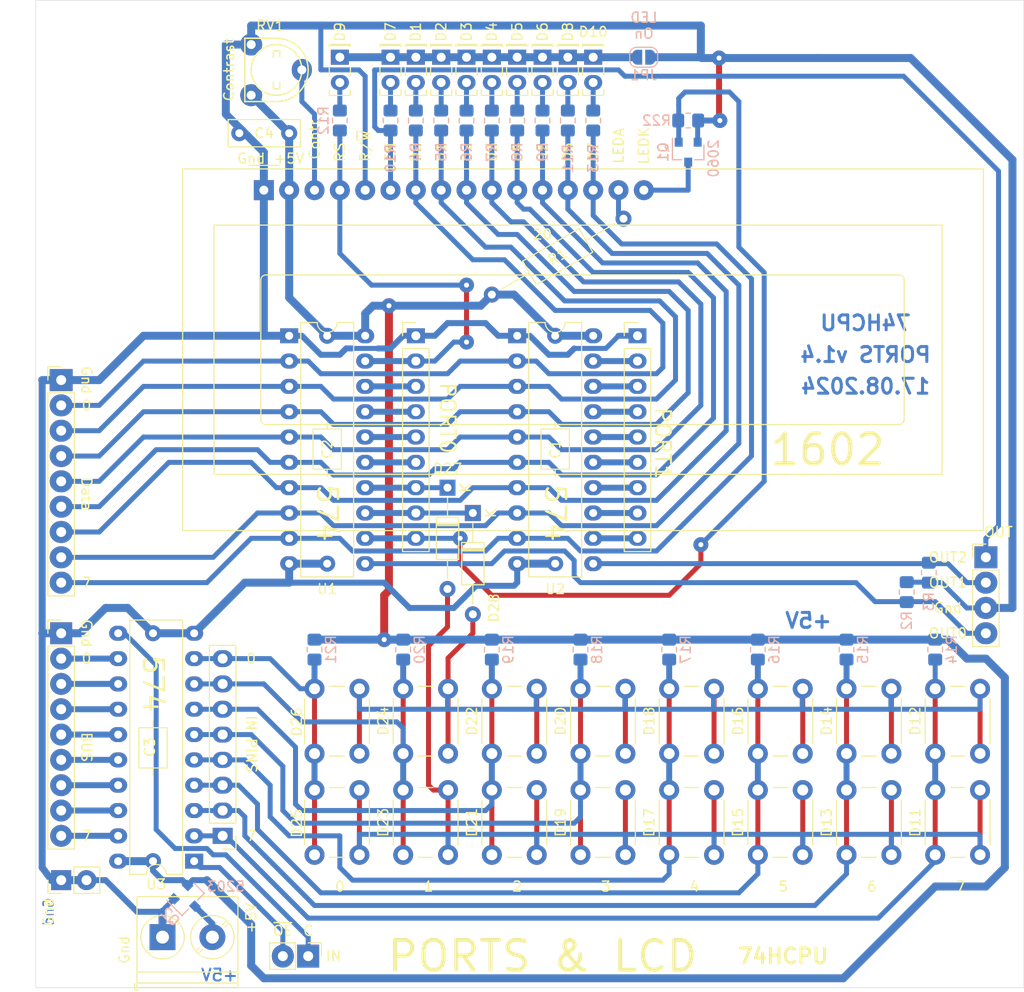
<source format=kicad_pcb>
(kicad_pcb (version 20171130) (host pcbnew "(5.1.8)-1")
  (layers (0 F.Cu signal) (31 B.Cu signal) (34 B.Paste user) (35 F.Paste user) (36 B.SilkS user) (37 F.SilkS user) (38 B.Mask user) (39 F.Mask user) (44 Edge.Cuts user))
  (net 0 "")
  (net 1 VCC)
  (net 2 GND)
  (net 3 /P0.7)
  (net 4 /P0.6)
  (net 5 /P0.5)
  (net 6 /P0.4)
  (net 7 /P0.3)
  (net 8 /P0.2)
  (net 9 /P0.1)
  (net 10 /P0.0)
  (net 11 /P1.0)
  (net 12 /P1.1)
  (net 13 "Net-(DS1-Pad3)")
  (net 14 /D0)
  (net 15 /D1)
  (net 16 /D2)
  (net 17 /D3)
  (net 18 /D4)
  (net 19 /D5)
  (net 20 /D6)
  (net 21 /D7)
  (net 22 /P1.2)
  (net 23 /P1.3)
  (net 24 /P1.4)
  (net 25 /P1.5)
  (net 26 /P1.6)
  (net 27 /P1.7)
  (net 28 "Net-(D1-Pad2)")
  (net 29 "Net-(D2-Pad2)")
  (net 30 "Net-(D3-Pad2)")
  (net 31 "Net-(D4-Pad2)")
  (net 32 "Net-(D5-Pad2)")
  (net 33 "Net-(D6-Pad2)")
  (net 34 "Net-(D7-Pad2)")
  (net 35 "Net-(D8-Pad2)")
  (net 36 "Net-(D9-Pad2)")
  (net 37 "Net-(D10-Pad2)")
  (net 38 "Net-(DS1-Pad15)")
  (net 39 /IN0.0)
  (net 40 "Net-(D11-Pad2)")
  (net 41 "Net-(D12-Pad2)")
  (net 42 /IN0.1)
  (net 43 /IN0.2)
  (net 44 /IN0.3)
  (net 45 /IN0.4)
  (net 46 /IN0.5)
  (net 47 /IN0.6)
  (net 48 /IN0.7)
  (net 49 /BUS0)
  (net 50 /BUS1)
  (net 51 /BUS2)
  (net 52 /BUS3)
  (net 53 /BUS4)
  (net 54 /BUS5)
  (net 55 /BUS6)
  (net 56 /BUS7)
  (net 57 /IN0.OE)
  (net 58 /IN0.C)
  (net 59 "Net-(D1-Pad1)")
  (net 60 /OUT0)
  (net 61 /OUT1)
  (net 62 /OUT2)
  (net 63 "Net-(DS1-Pad16)")
  (net 64 "Net-(J4-Pad2)")
  (module Capacitor_THT:C_Disc_D7.0mm_W2.5mm_P5.00mm (layer F.Cu) (at 68.58 31.115 180)
    (fp_text reference C4 (at 2.5 0) (layer F.SilkS))
    (fp_text value 0.1uF)
    (pad 2 thru_hole circle (at 5 0 180) (size 1.6 1.6) (drill 0.8) (layers *.Cu *.Mask) (net 2 GND))
    (pad 1 thru_hole circle (at 0 0 180) (size 1.6 1.6) (drill 0.8) (layers *.Cu *.Mask) (net 1 VCC))
  )
  (module Diode_THT:D_DO-35_SOD27_P10.16mm_Horizontal (layer F.Cu) (at 86.995 69.215 270)
    (fp_text reference D28 (at 9.525 -2.12 90) (layer F.SilkS))
    (fp_text value 1N4148)
    (fp_text user K (at 0 -1.8 90) (layer F.SilkS))
    (pad 2 thru_hole oval (at 10.16 0 270) (size 1.6 1.6) (drill 0.8) (layers *.Cu *.Mask) (net 41 "Net-(D12-Pad2)"))
    (pad 1 thru_hole rect (at 0 0 270) (size 1.6 1.6) (drill 0.8) (layers *.Cu *.Mask) (net 4 /P0.6))
  )
  (module Diode_THT:D_DO-35_SOD27_P10.16mm_Horizontal (layer F.Cu) (at 84.455 66.675 270)
    (fp_text reference D27 (at -1.905 0 180) (layer F.SilkS))
    (fp_text value 1N4148)
    (fp_text user K (at 0 -1.8 90) (layer F.SilkS))
    (pad 2 thru_hole oval (at 10.16 0 270) (size 1.6 1.6) (drill 0.8) (layers *.Cu *.Mask) (net 40 "Net-(D11-Pad2)"))
    (pad 1 thru_hole rect (at 0 0 270) (size 1.6 1.6) (drill 0.8) (layers *.Cu *.Mask) (net 5 /P0.5))
  )
  (module Connector_PinHeader_2.54mm:PinHeader_1x09_P2.54mm_Vertical (layer F.Cu) (at 45.72 55.88)
    (fp_text reference J1 hide)
    (fp_text value Conn_01x09_Male)
    (pad 9 thru_hole oval (at 0 20.32) (size 2.3 2.2) (drill 1) (layers *.Cu *.Mask) (net 21 /D7))
    (pad 8 thru_hole oval (at 0 17.78) (size 2.3 2.2) (drill 1) (layers *.Cu *.Mask) (net 20 /D6))
    (pad 7 thru_hole oval (at 0 15.24) (size 2.3 2.2) (drill 1) (layers *.Cu *.Mask) (net 19 /D5))
    (pad 6 thru_hole oval (at 0 12.7) (size 2.3 2.2) (drill 1) (layers *.Cu *.Mask) (net 18 /D4))
    (pad 5 thru_hole oval (at 0 10.16) (size 2.3 2.2) (drill 1) (layers *.Cu *.Mask) (net 17 /D3))
    (pad 4 thru_hole oval (at 0 7.62) (size 2.3 2.2) (drill 1) (layers *.Cu *.Mask) (net 16 /D2))
    (pad 3 thru_hole oval (at 0 5.08) (size 2.3 2.2) (drill 1) (layers *.Cu *.Mask) (net 15 /D1))
    (pad 2 thru_hole oval (at 0 2.54) (size 2.3 2.2) (drill 1) (layers *.Cu *.Mask) (net 14 /D0))
    (pad 1 thru_hole rect (at 0 0) (size 2.3 2.2) (drill 1) (layers *.Cu *.Mask) (net 2 GND))
  )
  (module Connector_PinHeader_2.54mm:PinHeader_1x02_P2.54mm_Vertical (layer F.Cu) (at 70.485 113.665 270)
    (fp_text reference J7 hide)
    (fp_text value Conn_01x02_Male)
    (pad 2 thru_hole oval (at 0 2.54 270) (size 2.3 2.2) (drill 1) (layers *.Cu *.Mask) (net 57 /IN0.OE))
    (pad 1 thru_hole rect (at 0 0 270) (size 2.3 2.2) (drill 1) (layers *.Cu *.Mask) (net 58 /IN0.C))
  )
  (module Connector_PinHeader_2.54mm:PinHeader_1x09_P2.54mm_Vertical (layer F.Cu) (at 45.72 81.28)
    (fp_text reference J6 hide)
    (fp_text value Conn_01x09_Male)
    (pad 9 thru_hole oval (at 0 20.32) (size 2.2 2.2) (drill 1) (layers *.Cu *.Mask) (net 56 /BUS7))
    (pad 8 thru_hole oval (at 0 17.78) (size 2.2 2.2) (drill 1) (layers *.Cu *.Mask) (net 55 /BUS6))
    (pad 7 thru_hole oval (at 0 15.24) (size 2.2 2.2) (drill 1) (layers *.Cu *.Mask) (net 54 /BUS5))
    (pad 6 thru_hole oval (at 0 12.7) (size 2.2 2.2) (drill 1) (layers *.Cu *.Mask) (net 53 /BUS4))
    (pad 5 thru_hole oval (at 0 10.16) (size 2.2 2.2) (drill 1) (layers *.Cu *.Mask) (net 52 /BUS3))
    (pad 4 thru_hole oval (at 0 7.62) (size 2.2 2.2) (drill 1) (layers *.Cu *.Mask) (net 51 /BUS2))
    (pad 3 thru_hole oval (at 0 5.08) (size 2.2 2.2) (drill 1) (layers *.Cu *.Mask) (net 50 /BUS1))
    (pad 2 thru_hole oval (at 0 2.54) (size 2.2 2.2) (drill 1) (layers *.Cu *.Mask) (net 49 /BUS0))
    (pad 1 thru_hole rect (at 0 0) (size 2.2 2.2) (drill 1) (layers *.Cu *.Mask) (net 2 GND))
  )
  (module Connector_PinHeader_2.54mm:PinHeader_1x04_P2.54mm_Vertical (layer F.Cu) (at 138.43 73.66)
    (fp_text reference J5 hide)
    (fp_text value Conn_01x04_Male)
    (pad 4 thru_hole oval (at 0 7.62) (size 2.3 2.2) (drill 1) (layers *.Cu *.Mask) (net 60 /OUT0))
    (pad 3 thru_hole oval (at 0 5.08) (size 2.3 2.2) (drill 1) (layers *.Cu *.Mask) (net 2 GND))
    (pad 2 thru_hole oval (at 0 2.54) (size 2.3 2.2) (drill 1) (layers *.Cu *.Mask) (net 61 /OUT1))
    (pad 1 thru_hole rect (at 0 0) (size 2.3 2.2) (drill 1) (layers *.Cu *.Mask) (net 62 /OUT2))
  )
  (module Package_TO_SOT_SMD:SOT-23 (layer B.Cu) (at 58.42 107.95 315)
    (fp_text reference Q2 (at 0 2.5 135) (layer B.SilkS) (effects (justify mirror)))
    (fp_text value IRLML5203)
    (pad 3 smd rect (at 1 0 315) (size 0.9 0.8) (layers B.Cu B.Paste B.Mask) (net 64 "Net-(J4-Pad2)"))
    (pad 2 smd rect (at -1 -0.95 315) (size 0.9 0.8) (layers B.Cu B.Paste B.Mask) (net 1 VCC))
    (pad 1 smd rect (at -1 0.95 315) (size 0.9 0.8) (layers B.Cu B.Paste B.Mask) (net 2 GND))
  )
  (module Resistor_SMD:R_0805_2012Metric_Pad1.20x1.40mm_HandSolder (layer B.Cu) (at 108.585 29.845)
    (fp_text reference R22 (at -3.175 0) (layer B.SilkS) (effects (justify mirror)))
    (fp_text value 10k)
    (pad 2 smd roundrect (at 1 0) (size 1.2 1.4) (layers B.Cu B.Paste B.Mask) (roundrect_rratio 0.2083325) (net 2 GND))
    (pad 1 smd roundrect (at -1 0) (size 1.2 1.4) (layers B.Cu B.Paste B.Mask) (roundrect_rratio 0.2083325) (net 3 /P0.7))
  )
  (module Package_TO_SOT_SMD:SOT-23 (layer B.Cu) (at 108.585 33.02 270)
    (fp_text reference Q1 (at 0 2.5 90) (layer B.SilkS) (effects (justify mirror)))
    (fp_text value IRLML2060)
    (pad 3 smd rect (at 1 0 270) (size 0.9 0.8) (layers B.Cu B.Paste B.Mask) (net 63 "Net-(DS1-Pad16)"))
    (pad 2 smd rect (at -1 -0.95 270) (size 0.9 0.8) (layers B.Cu B.Paste B.Mask) (net 2 GND))
    (pad 1 smd rect (at -1 0.95 270) (size 0.9 0.8) (layers B.Cu B.Paste B.Mask) (net 3 /P0.7))
  )
  (module CommonLibrary:C_Axial_L3.8mm_D2.6mm_P22.86mm_Horizontal (layer F.Cu) (at 54.9275 104.14 90)
    (fp_text reference C3 (at 11.43 -0.3175 270) (layer F.SilkS))
    (fp_text value 0.1uF)
    (pad 2 thru_hole oval (at 22.86 0 90) (size 1.6 1.6) (drill 0.8) (layers *.Cu *.Mask) (net 2 GND))
    (pad 1 thru_hole circle (at 0 0 90) (size 1.6 1.6) (drill 0.8) (layers *.Cu *.Mask) (net 1 VCC))
  )
  (module CommonLibrary:C_Axial_L3.8mm_D2.6mm_P22.86mm_Horizontal (layer F.Cu) (at 72.39 51.435 270)
    (fp_text reference C2 (at 11.37 0 270) (layer F.SilkS))
    (fp_text value 0.1uF)
    (pad 2 thru_hole oval (at 22.86 0 270) (size 1.6 1.6) (drill 0.8) (layers *.Cu *.Mask) (net 2 GND))
    (pad 1 thru_hole circle (at 0 0 270) (size 1.6 1.6) (drill 0.8) (layers *.Cu *.Mask) (net 1 VCC))
  )
  (module CommonLibrary:C_Axial_L3.8mm_D2.6mm_P22.86mm_Horizontal (layer F.Cu) (at 95.25 51.435 270)
    (fp_text reference C1 (at 11.37 0 90) (layer F.SilkS))
    (fp_text value 0.1uF)
    (pad 2 thru_hole oval (at 22.86 0 270) (size 1.5 1.6) (drill 0.8) (layers *.Cu *.Mask) (net 2 GND))
    (pad 1 thru_hole circle (at 0 0 270) (size 1.6 1.6) (drill 0.8) (layers *.Cu *.Mask) (net 1 VCC))
  )
  (module Connector_PinHeader_2.54mm:PinHeader_1x02_P2.54mm_Vertical (layer F.Cu) (at 45.72 106.045 90)
    (fp_text reference J9 hide)
    (fp_text value Conn_01x02_Male)
    (pad 2 thru_hole oval (at 0 2.54 90) (size 2 2) (drill 1) (layers *.Cu *.Mask) (net 2 GND))
    (pad 1 thru_hole rect (at 0 0 90) (size 2 2) (drill 1) (layers *.Cu *.Mask) (net 2 GND))
  )
  (module Jumper:SolderJumper-2_P1.3mm_Open_RoundedPad1.0x1.5mm (layer B.Cu) (at 104.125 23.495)
    (fp_text reference JP1 (at 0 1.8) (layer B.SilkS) (effects (justify mirror)))
    (fp_text value Jumper)
    (pad 2 smd custom (at 0.65 0) (size 1 0.5) (layers B.Cu B.Mask) (net 2 GND) (options (clearance outline) (anchor rect)) (primitives (gr_circle (center 0 -0.25) (end 0.5 -0.25) (width 0)) (gr_circle (center 0 0.25) (end 0.5 0.25) (width 0)) (gr_poly (pts (xy 0 0.75) (xy -0.5 0.75) (xy -0.5 -0.75) (xy 0 -0.75)) (width 0))))
    (pad 1 smd custom (at -0.65 0) (size 1 0.5) (layers B.Cu B.Mask) (net 59 "Net-(D1-Pad1)") (options (clearance outline) (anchor rect)) (primitives (gr_circle (center 0 -0.25) (end 0.5 -0.25) (width 0)) (gr_circle (center 0 0.25) (end 0.5 0.25) (width 0)) (gr_poly (pts (xy 0 0.75) (xy 0.5 0.75) (xy 0.5 -0.75) (xy 0 -0.75)) (width 0))))
  )
  (module Button_Switch_THT:SW_PUSH_6mm_H4.3mm (layer F.Cu) (at 71.12 93.345 90)
    (fp_text reference D26 (at 3.175 -1.778 90) (layer F.SilkS))
    (fp_text value 6x6-tact-btn)
    (pad 1 thru_hole circle (at 6.5 0 180) (size 2 2) (drill 1.1) (layers *.Cu *.Mask) (net 39 /IN0.0))
    (pad 2 thru_hole circle (at 6.5 4.5 180) (size 2 2) (drill 1.1) (layers *.Cu *.Mask) (net 41 "Net-(D12-Pad2)"))
    (pad 1 thru_hole circle (at 0 0 180) (size 2 2) (drill 1.1) (layers *.Cu *.Mask) (net 39 /IN0.0))
    (pad 2 thru_hole circle (at 0 4.5 180) (size 2 2) (drill 1.1) (layers *.Cu *.Mask) (net 41 "Net-(D12-Pad2)"))
  )
  (module Button_Switch_THT:SW_PUSH_6mm_H4.3mm (layer F.Cu) (at 71.12 103.505 90)
    (fp_text reference D25 (at 3.175 -1.778 90) (layer F.SilkS))
    (fp_text value 6x6-tact-btn)
    (pad 1 thru_hole circle (at 6.5 0 180) (size 2 2) (drill 1.1) (layers *.Cu *.Mask) (net 39 /IN0.0))
    (pad 2 thru_hole circle (at 6.5 4.5 180) (size 2 2) (drill 1.1) (layers *.Cu *.Mask) (net 40 "Net-(D11-Pad2)"))
    (pad 1 thru_hole circle (at 0 0 180) (size 2 2) (drill 1.1) (layers *.Cu *.Mask) (net 39 /IN0.0))
    (pad 2 thru_hole circle (at 0 4.5 180) (size 2 2) (drill 1.1) (layers *.Cu *.Mask) (net 40 "Net-(D11-Pad2)"))
  )
  (module Button_Switch_THT:SW_PUSH_6mm_H4.3mm (layer F.Cu) (at 80.01 93.345 90)
    (fp_text reference D24 (at 3.25 -2 90) (layer F.SilkS))
    (fp_text value 6x6-tact-btn)
    (pad 1 thru_hole circle (at 6.5 0 180) (size 2 2) (drill 1.1) (layers *.Cu *.Mask) (net 42 /IN0.1))
    (pad 2 thru_hole circle (at 6.5 4.5 180) (size 2 2) (drill 1.1) (layers *.Cu *.Mask) (net 41 "Net-(D12-Pad2)"))
    (pad 1 thru_hole circle (at 0 0 180) (size 2 2) (drill 1.1) (layers *.Cu *.Mask) (net 42 /IN0.1))
    (pad 2 thru_hole circle (at 0 4.5 180) (size 2 2) (drill 1.1) (layers *.Cu *.Mask) (net 41 "Net-(D12-Pad2)"))
  )
  (module Button_Switch_THT:SW_PUSH_6mm_H4.3mm (layer F.Cu) (at 80.01 103.505 90)
    (fp_text reference D23 (at 3.25 -2 90) (layer F.SilkS))
    (fp_text value 6x6-tact-btn)
    (pad 1 thru_hole circle (at 6.5 0 180) (size 2 2) (drill 1.1) (layers *.Cu *.Mask) (net 42 /IN0.1))
    (pad 2 thru_hole circle (at 6.5 4.5 180) (size 2 2) (drill 1.1) (layers *.Cu *.Mask) (net 40 "Net-(D11-Pad2)"))
    (pad 1 thru_hole circle (at 0 0 180) (size 2 2) (drill 1.1) (layers *.Cu *.Mask) (net 42 /IN0.1))
    (pad 2 thru_hole circle (at 0 4.5 180) (size 2 2) (drill 1.1) (layers *.Cu *.Mask) (net 40 "Net-(D11-Pad2)"))
  )
  (module Button_Switch_THT:SW_PUSH_6mm_H4.3mm (layer F.Cu) (at 88.9 93.345 90)
    (fp_text reference D22 (at 3.25 -2 90) (layer F.SilkS))
    (fp_text value 6x6-tact-btn)
    (pad 1 thru_hole circle (at 6.5 0 180) (size 2 2) (drill 1.1) (layers *.Cu *.Mask) (net 43 /IN0.2))
    (pad 2 thru_hole circle (at 6.5 4.5 180) (size 2 2) (drill 1.1) (layers *.Cu *.Mask) (net 41 "Net-(D12-Pad2)"))
    (pad 1 thru_hole circle (at 0 0 180) (size 2 2) (drill 1.1) (layers *.Cu *.Mask) (net 43 /IN0.2))
    (pad 2 thru_hole circle (at 0 4.5 180) (size 2 2) (drill 1.1) (layers *.Cu *.Mask) (net 41 "Net-(D12-Pad2)"))
  )
  (module Button_Switch_THT:SW_PUSH_6mm_H4.3mm (layer F.Cu) (at 88.9 103.505 90)
    (fp_text reference D21 (at 3.25 -2 90) (layer F.SilkS))
    (fp_text value 6x6-tact-btn)
    (pad 1 thru_hole circle (at 6.5 0 180) (size 2 2) (drill 1.1) (layers *.Cu *.Mask) (net 43 /IN0.2))
    (pad 2 thru_hole circle (at 6.5 4.5 180) (size 2 2) (drill 1.1) (layers *.Cu *.Mask) (net 40 "Net-(D11-Pad2)"))
    (pad 1 thru_hole circle (at 0 0 180) (size 2 2) (drill 1.1) (layers *.Cu *.Mask) (net 43 /IN0.2))
    (pad 2 thru_hole circle (at 0 4.5 180) (size 2 2) (drill 1.1) (layers *.Cu *.Mask) (net 40 "Net-(D11-Pad2)"))
  )
  (module Button_Switch_THT:SW_PUSH_6mm_H4.3mm (layer F.Cu) (at 97.79 93.345 90)
    (fp_text reference D20 (at 3.25 -2 90) (layer F.SilkS))
    (fp_text value 6x6-tact-btn)
    (pad 1 thru_hole circle (at 6.5 0 180) (size 2 2) (drill 1.1) (layers *.Cu *.Mask) (net 44 /IN0.3))
    (pad 2 thru_hole circle (at 6.5 4.5 180) (size 2 2) (drill 1.1) (layers *.Cu *.Mask) (net 41 "Net-(D12-Pad2)"))
    (pad 1 thru_hole circle (at 0 0 180) (size 2 2) (drill 1.1) (layers *.Cu *.Mask) (net 44 /IN0.3))
    (pad 2 thru_hole circle (at 0 4.5 180) (size 2 2) (drill 1.1) (layers *.Cu *.Mask) (net 41 "Net-(D12-Pad2)"))
  )
  (module Button_Switch_THT:SW_PUSH_6mm_H4.3mm (layer F.Cu) (at 97.79 103.505 90)
    (fp_text reference D19 (at 3.25 -2 90) (layer F.SilkS))
    (fp_text value 6x6-tact-btn)
    (pad 1 thru_hole circle (at 6.5 0 180) (size 2 2) (drill 1.1) (layers *.Cu *.Mask) (net 44 /IN0.3))
    (pad 2 thru_hole circle (at 6.5 4.5 180) (size 2 2) (drill 1.1) (layers *.Cu *.Mask) (net 40 "Net-(D11-Pad2)"))
    (pad 1 thru_hole circle (at 0 0 180) (size 2 2) (drill 1.1) (layers *.Cu *.Mask) (net 44 /IN0.3))
    (pad 2 thru_hole circle (at 0 4.5 180) (size 2 2) (drill 1.1) (layers *.Cu *.Mask) (net 40 "Net-(D11-Pad2)"))
  )
  (module Button_Switch_THT:SW_PUSH_6mm_H4.3mm (layer F.Cu) (at 106.68 93.345 90)
    (fp_text reference D18 (at 3.25 -2 90) (layer F.SilkS))
    (fp_text value 6x6-tact-btn)
    (pad 1 thru_hole circle (at 6.5 0 180) (size 2 2) (drill 1.1) (layers *.Cu *.Mask) (net 45 /IN0.4))
    (pad 2 thru_hole circle (at 6.5 4.5 180) (size 2 2) (drill 1.1) (layers *.Cu *.Mask) (net 41 "Net-(D12-Pad2)"))
    (pad 1 thru_hole circle (at 0 0 180) (size 2 2) (drill 1.1) (layers *.Cu *.Mask) (net 45 /IN0.4))
    (pad 2 thru_hole circle (at 0 4.5 180) (size 2 2) (drill 1.1) (layers *.Cu *.Mask) (net 41 "Net-(D12-Pad2)"))
  )
  (module Button_Switch_THT:SW_PUSH_6mm_H4.3mm (layer F.Cu) (at 106.68 103.505 90)
    (fp_text reference D17 (at 3.25 -2 90) (layer F.SilkS))
    (fp_text value 6x6-tact-btn)
    (pad 1 thru_hole circle (at 6.5 0 180) (size 2 2) (drill 1.1) (layers *.Cu *.Mask) (net 45 /IN0.4))
    (pad 2 thru_hole circle (at 6.5 4.5 180) (size 2 2) (drill 1.1) (layers *.Cu *.Mask) (net 40 "Net-(D11-Pad2)"))
    (pad 1 thru_hole circle (at 0 0 180) (size 2 2) (drill 1.1) (layers *.Cu *.Mask) (net 45 /IN0.4))
    (pad 2 thru_hole circle (at 0 4.5 180) (size 2 2) (drill 1.1) (layers *.Cu *.Mask) (net 40 "Net-(D11-Pad2)"))
  )
  (module Button_Switch_THT:SW_PUSH_6mm_H4.3mm (layer F.Cu) (at 115.57 93.345 90)
    (fp_text reference D16 (at 3.25 -2 90) (layer F.SilkS))
    (fp_text value 6x6-tact-btn)
    (pad 1 thru_hole circle (at 6.5 0 180) (size 2 2) (drill 1.1) (layers *.Cu *.Mask) (net 46 /IN0.5))
    (pad 2 thru_hole circle (at 6.5 4.5 180) (size 2 2) (drill 1.1) (layers *.Cu *.Mask) (net 41 "Net-(D12-Pad2)"))
    (pad 1 thru_hole circle (at 0 0 180) (size 2 2) (drill 1.1) (layers *.Cu *.Mask) (net 46 /IN0.5))
    (pad 2 thru_hole circle (at 0 4.5 180) (size 2 2) (drill 1.1) (layers *.Cu *.Mask) (net 41 "Net-(D12-Pad2)"))
  )
  (module Button_Switch_THT:SW_PUSH_6mm_H4.3mm (layer F.Cu) (at 115.57 103.505 90)
    (fp_text reference D15 (at 3.25 -2 90) (layer F.SilkS))
    (fp_text value 6x6-tact-btn)
    (pad 1 thru_hole circle (at 6.5 0 180) (size 2 2) (drill 1.1) (layers *.Cu *.Mask) (net 46 /IN0.5))
    (pad 2 thru_hole circle (at 6.5 4.5 180) (size 2 2) (drill 1.1) (layers *.Cu *.Mask) (net 40 "Net-(D11-Pad2)"))
    (pad 1 thru_hole circle (at 0 0 180) (size 2 2) (drill 1.1) (layers *.Cu *.Mask) (net 46 /IN0.5))
    (pad 2 thru_hole circle (at 0 4.5 180) (size 2 2) (drill 1.1) (layers *.Cu *.Mask) (net 40 "Net-(D11-Pad2)"))
  )
  (module Button_Switch_THT:SW_PUSH_6mm_H4.3mm (layer F.Cu) (at 124.46 93.345 90)
    (fp_text reference D14 (at 3.25 -2 90) (layer F.SilkS))
    (fp_text value 6x6-tact-btn)
    (pad 1 thru_hole circle (at 6.5 0 180) (size 2 2) (drill 1.1) (layers *.Cu *.Mask) (net 47 /IN0.6))
    (pad 2 thru_hole circle (at 6.5 4.5 180) (size 2 2) (drill 1.1) (layers *.Cu *.Mask) (net 41 "Net-(D12-Pad2)"))
    (pad 1 thru_hole circle (at 0 0 180) (size 2 2) (drill 1.1) (layers *.Cu *.Mask) (net 47 /IN0.6))
    (pad 2 thru_hole circle (at 0 4.5 180) (size 2 2) (drill 1.1) (layers *.Cu *.Mask) (net 41 "Net-(D12-Pad2)"))
  )
  (module Button_Switch_THT:SW_PUSH_6mm_H4.3mm (layer F.Cu) (at 124.46 103.505 90)
    (fp_text reference D13 (at 3.25 -2 90) (layer F.SilkS))
    (fp_text value 6x6-tact-btn)
    (pad 1 thru_hole circle (at 6.5 0 180) (size 2 2) (drill 1.1) (layers *.Cu *.Mask) (net 47 /IN0.6))
    (pad 2 thru_hole circle (at 6.5 4.5 180) (size 2 2) (drill 1.1) (layers *.Cu *.Mask) (net 40 "Net-(D11-Pad2)"))
    (pad 1 thru_hole circle (at 0 0 180) (size 2 2) (drill 1.1) (layers *.Cu *.Mask) (net 47 /IN0.6))
    (pad 2 thru_hole circle (at 0 4.5 180) (size 2 2) (drill 1.1) (layers *.Cu *.Mask) (net 40 "Net-(D11-Pad2)"))
  )
  (module Button_Switch_THT:SW_PUSH_6mm_H4.3mm (layer F.Cu) (at 133.35 93.345 90)
    (fp_text reference D12 (at 3.25 -2 90) (layer F.SilkS))
    (fp_text value 6x6-tact-btn)
    (pad 1 thru_hole circle (at 6.5 0 180) (size 2 2) (drill 1.1) (layers *.Cu *.Mask) (net 48 /IN0.7))
    (pad 2 thru_hole circle (at 6.5 4.5 180) (size 2 2) (drill 1.1) (layers *.Cu *.Mask) (net 41 "Net-(D12-Pad2)"))
    (pad 1 thru_hole circle (at 0 0 180) (size 2 2) (drill 1.1) (layers *.Cu *.Mask) (net 48 /IN0.7))
    (pad 2 thru_hole circle (at 0 4.5 180) (size 2 2) (drill 1.1) (layers *.Cu *.Mask) (net 41 "Net-(D12-Pad2)"))
  )
  (module Button_Switch_THT:SW_PUSH_6mm_H4.3mm (layer F.Cu) (at 133.35 103.505 90)
    (fp_text reference D11 (at 3.25 -2 90) (layer F.SilkS))
    (fp_text value 6x6-tact-btn)
    (pad 1 thru_hole circle (at 6.5 0 180) (size 2 2) (drill 1.1) (layers *.Cu *.Mask) (net 48 /IN0.7))
    (pad 2 thru_hole circle (at 6.5 4.5 180) (size 2 2) (drill 1.1) (layers *.Cu *.Mask) (net 40 "Net-(D11-Pad2)"))
    (pad 1 thru_hole circle (at 0 0 180) (size 2 2) (drill 1.1) (layers *.Cu *.Mask) (net 48 /IN0.7))
    (pad 2 thru_hole circle (at 0 4.5 180) (size 2 2) (drill 1.1) (layers *.Cu *.Mask) (net 40 "Net-(D11-Pad2)"))
  )
  (module Package_DIP:DIP-20_W7.62mm (layer F.Cu) (at 59.055 104.14 180)
    (fp_text reference U3 (at 3.81 -2.33) (layer F.SilkS))
    (fp_text value 74LS574)
    (pad 20 thru_hole oval (at 7.62 0 180) (size 1.8 1.5) (drill 0.8) (layers *.Cu *.Mask) (net 1 VCC))
    (pad 10 thru_hole oval (at 0 22.86 180) (size 1.8 1.5) (drill 0.8) (layers *.Cu *.Mask) (net 2 GND))
    (pad 19 thru_hole oval (at 7.62 2.54 180) (size 1.8 1.5) (drill 0.8) (layers *.Cu *.Mask) (net 56 /BUS7))
    (pad 9 thru_hole oval (at 0 20.32 180) (size 1.8 1.5) (drill 0.8) (layers *.Cu *.Mask) (net 39 /IN0.0))
    (pad 18 thru_hole oval (at 7.62 5.08 180) (size 1.8 1.5) (drill 0.8) (layers *.Cu *.Mask) (net 55 /BUS6))
    (pad 8 thru_hole oval (at 0 17.78 180) (size 1.8 1.5) (drill 0.8) (layers *.Cu *.Mask) (net 42 /IN0.1))
    (pad 17 thru_hole oval (at 7.62 7.62 180) (size 1.8 1.5) (drill 0.8) (layers *.Cu *.Mask) (net 54 /BUS5))
    (pad 7 thru_hole oval (at 0 15.24 180) (size 1.8 1.5) (drill 0.8) (layers *.Cu *.Mask) (net 43 /IN0.2))
    (pad 16 thru_hole oval (at 7.62 10.16 180) (size 1.8 1.5) (drill 0.8) (layers *.Cu *.Mask) (net 53 /BUS4))
    (pad 6 thru_hole oval (at 0 12.7 180) (size 1.8 1.5) (drill 0.8) (layers *.Cu *.Mask) (net 44 /IN0.3))
    (pad 15 thru_hole oval (at 7.62 12.7 180) (size 1.8 1.5) (drill 0.8) (layers *.Cu *.Mask) (net 52 /BUS3))
    (pad 5 thru_hole oval (at 0 10.16 180) (size 1.8 1.5) (drill 0.8) (layers *.Cu *.Mask) (net 45 /IN0.4))
    (pad 14 thru_hole oval (at 7.62 15.24 180) (size 1.8 1.5) (drill 0.8) (layers *.Cu *.Mask) (net 51 /BUS2))
    (pad 4 thru_hole oval (at 0 7.62 180) (size 1.8 1.5) (drill 0.8) (layers *.Cu *.Mask) (net 46 /IN0.5))
    (pad 13 thru_hole oval (at 7.62 17.78 180) (size 1.8 1.5) (drill 0.8) (layers *.Cu *.Mask) (net 50 /BUS1))
    (pad 3 thru_hole oval (at 0 5.08 180) (size 1.8 1.5) (drill 0.8) (layers *.Cu *.Mask) (net 47 /IN0.6))
    (pad 12 thru_hole oval (at 7.62 20.32 180) (size 1.8 1.5) (drill 0.8) (layers *.Cu *.Mask) (net 49 /BUS0))
    (pad 2 thru_hole oval (at 0 2.54 180) (size 1.8 1.5) (drill 0.8) (layers *.Cu *.Mask) (net 48 /IN0.7))
    (pad 11 thru_hole oval (at 7.62 22.86 180) (size 1.8 1.5) (drill 0.8) (layers *.Cu *.Mask) (net 58 /IN0.C))
    (pad 1 thru_hole rect (at 0 0 180) (size 1.8 1.5) (drill 0.8) (layers *.Cu *.Mask) (net 57 /IN0.OE))
  )
  (module Resistor_SMD:R_0805_2012Metric_Pad1.20x1.40mm_HandSolder (layer B.Cu) (at 71.12 82.915 90)
    (fp_text reference R21 (at 0 1.65 90) (layer B.SilkS) (effects (justify mirror)))
    (fp_text value 10k)
    (pad 2 smd roundrect (at 1 0 90) (size 1.2 1.4) (layers B.Cu B.Paste B.Mask) (roundrect_rratio 0.2083325) (net 1 VCC))
    (pad 1 smd roundrect (at -1 0 90) (size 1.2 1.4) (layers B.Cu B.Paste B.Mask) (roundrect_rratio 0.2083325) (net 39 /IN0.0))
  )
  (module Resistor_SMD:R_0805_2012Metric_Pad1.20x1.40mm_HandSolder (layer B.Cu) (at 80.01 82.915 90)
    (fp_text reference R20 (at 0 1.65 90) (layer B.SilkS) (effects (justify mirror)))
    (fp_text value 10k)
    (pad 2 smd roundrect (at 1 0 90) (size 1.2 1.4) (layers B.Cu B.Paste B.Mask) (roundrect_rratio 0.2083325) (net 1 VCC))
    (pad 1 smd roundrect (at -1 0 90) (size 1.2 1.4) (layers B.Cu B.Paste B.Mask) (roundrect_rratio 0.2083325) (net 42 /IN0.1))
  )
  (module Resistor_SMD:R_0805_2012Metric_Pad1.20x1.40mm_HandSolder (layer B.Cu) (at 88.9 82.915 90)
    (fp_text reference R19 (at 0 1.65 90) (layer B.SilkS) (effects (justify mirror)))
    (fp_text value 10k)
    (pad 2 smd roundrect (at 1 0 90) (size 1.2 1.4) (layers B.Cu B.Paste B.Mask) (roundrect_rratio 0.2083325) (net 1 VCC))
    (pad 1 smd roundrect (at -1 0 90) (size 1.2 1.4) (layers B.Cu B.Paste B.Mask) (roundrect_rratio 0.2083325) (net 43 /IN0.2))
  )
  (module Resistor_SMD:R_0805_2012Metric_Pad1.20x1.40mm_HandSolder (layer B.Cu) (at 97.79 82.915 90)
    (fp_text reference R18 (at 0 1.65 90) (layer B.SilkS) (effects (justify mirror)))
    (fp_text value 10k)
    (pad 2 smd roundrect (at 1 0 90) (size 1.2 1.4) (layers B.Cu B.Paste B.Mask) (roundrect_rratio 0.2083325) (net 1 VCC))
    (pad 1 smd roundrect (at -1 0 90) (size 1.2 1.4) (layers B.Cu B.Paste B.Mask) (roundrect_rratio 0.2083325) (net 44 /IN0.3))
  )
  (module Resistor_SMD:R_0805_2012Metric_Pad1.20x1.40mm_HandSolder (layer B.Cu) (at 106.68 82.915 90)
    (fp_text reference R17 (at 0 1.65 90) (layer B.SilkS) (effects (justify mirror)))
    (fp_text value 10k)
    (pad 2 smd roundrect (at 1 0 90) (size 1.2 1.4) (layers B.Cu B.Paste B.Mask) (roundrect_rratio 0.2083325) (net 1 VCC))
    (pad 1 smd roundrect (at -1 0 90) (size 1.2 1.4) (layers B.Cu B.Paste B.Mask) (roundrect_rratio 0.2083325) (net 45 /IN0.4))
  )
  (module Resistor_SMD:R_0805_2012Metric_Pad1.20x1.40mm_HandSolder (layer B.Cu) (at 115.57 82.915 90)
    (fp_text reference R16 (at 0 1.65 90) (layer B.SilkS) (effects (justify mirror)))
    (fp_text value 10k)
    (pad 2 smd roundrect (at 1 0 90) (size 1.2 1.4) (layers B.Cu B.Paste B.Mask) (roundrect_rratio 0.2083325) (net 1 VCC))
    (pad 1 smd roundrect (at -1 0 90) (size 1.2 1.4) (layers B.Cu B.Paste B.Mask) (roundrect_rratio 0.2083325) (net 46 /IN0.5))
  )
  (module Resistor_SMD:R_0805_2012Metric_Pad1.20x1.40mm_HandSolder (layer B.Cu) (at 124.46 82.915 90)
    (fp_text reference R15 (at 0 1.65 90) (layer B.SilkS) (effects (justify mirror)))
    (fp_text value 10k)
    (pad 2 smd roundrect (at 1 0 90) (size 1.2 1.4) (layers B.Cu B.Paste B.Mask) (roundrect_rratio 0.2083325) (net 1 VCC))
    (pad 1 smd roundrect (at -1 0 90) (size 1.2 1.4) (layers B.Cu B.Paste B.Mask) (roundrect_rratio 0.2083325) (net 47 /IN0.6))
  )
  (module Resistor_SMD:R_0805_2012Metric_Pad1.20x1.40mm_HandSolder (layer B.Cu) (at 133.35 82.915 90)
    (fp_text reference R14 (at 0 1.65 90) (layer B.SilkS) (effects (justify mirror)))
    (fp_text value 10k)
    (pad 2 smd roundrect (at 1 0 90) (size 1.2 1.4) (layers B.Cu B.Paste B.Mask) (roundrect_rratio 0.2083325) (net 1 VCC))
    (pad 1 smd roundrect (at -1 0 90) (size 1.2 1.4) (layers B.Cu B.Paste B.Mask) (roundrect_rratio 0.2083325) (net 48 /IN0.7))
  )
  (module Resistor_THT:R_Axial_DIN0207_L6.3mm_D2.5mm_P15.24mm_Horizontal (layer F.Cu) (at 88.9 47.3075 30)
    (fp_text reference R1 (at 7.62 0 30) (layer F.SilkS))
    (fp_text value 20)
    (pad 2 thru_hole oval (at 15.24 0 30) (size 1.6 1.6) (drill 0.8) (layers *.Cu *.Mask) (net 38 "Net-(DS1-Pad15)"))
    (pad 1 thru_hole circle (at 0 0 30) (size 1.6 1.6) (drill 0.8) (layers *.Cu *.Mask) (net 1 VCC))
  )
  (module Resistor_SMD:R_0805_2012Metric_Pad1.20x1.40mm_HandSolder (layer B.Cu) (at 99.06 29.845 270)
    (fp_text reference R13 (at 3.81 0 270) (layer B.SilkS) (effects (justify mirror)))
    (fp_text value 1k)
    (pad 2 smd roundrect (at 1 0 270) (size 1.2 1.4) (layers B.Cu B.Paste B.Mask) (roundrect_rratio 0.2083325) (net 21 /D7))
    (pad 1 smd roundrect (at -1 0 270) (size 1.2 1.4) (layers B.Cu B.Paste B.Mask) (roundrect_rratio 0.2083325) (net 37 "Net-(D10-Pad2)"))
  )
  (module Resistor_SMD:R_0805_2012Metric_Pad1.20x1.40mm_HandSolder (layer B.Cu) (at 73.66 29.845 270)
    (fp_text reference R12 (at 0 1.65 90) (layer B.SilkS) (effects (justify mirror)))
    (fp_text value 1k)
    (pad 2 smd roundrect (at 1 0 270) (size 1.2 1.4) (layers B.Cu B.Paste B.Mask) (roundrect_rratio 0.2083325) (net 10 /P0.0))
    (pad 1 smd roundrect (at -1 0 270) (size 1.2 1.4) (layers B.Cu B.Paste B.Mask) (roundrect_rratio 0.2083325) (net 36 "Net-(D9-Pad2)"))
  )
  (module Resistor_SMD:R_0805_2012Metric_Pad1.20x1.40mm_HandSolder (layer B.Cu) (at 96.52 29.845 270)
    (fp_text reference R11 (at 3.81 0 90) (layer B.SilkS) (effects (justify mirror)))
    (fp_text value 1k)
    (pad 2 smd roundrect (at 1 0 270) (size 1.2 1.4) (layers B.Cu B.Paste B.Mask) (roundrect_rratio 0.2083325) (net 20 /D6))
    (pad 1 smd roundrect (at -1 0 270) (size 1.2 1.4) (layers B.Cu B.Paste B.Mask) (roundrect_rratio 0.2083325) (net 35 "Net-(D8-Pad2)"))
  )
  (module Resistor_SMD:R_0805_2012Metric_Pad1.20x1.40mm_HandSolder (layer B.Cu) (at 78.74 29.845 270)
    (fp_text reference R10 (at 3.81 0 90) (layer B.SilkS) (effects (justify mirror)))
    (fp_text value 1k)
    (pad 2 smd roundrect (at 1 0 270) (size 1.2 1.4) (layers B.Cu B.Paste B.Mask) (roundrect_rratio 0.2083325) (net 62 /OUT2))
    (pad 1 smd roundrect (at -1 0 270) (size 1.2 1.4) (layers B.Cu B.Paste B.Mask) (roundrect_rratio 0.2083325) (net 34 "Net-(D7-Pad2)"))
  )
  (module Resistor_SMD:R_0805_2012Metric_Pad1.20x1.40mm_HandSolder (layer B.Cu) (at 93.98 29.845 270)
    (fp_text reference R9 (at 3.175 0 90) (layer B.SilkS) (effects (justify mirror)))
    (fp_text value 1k)
    (pad 2 smd roundrect (at 1 0 270) (size 1.2 1.4) (layers B.Cu B.Paste B.Mask) (roundrect_rratio 0.2083325) (net 19 /D5))
    (pad 1 smd roundrect (at -1 0 270) (size 1.2 1.4) (layers B.Cu B.Paste B.Mask) (roundrect_rratio 0.2083325) (net 33 "Net-(D6-Pad2)"))
  )
  (module Resistor_SMD:R_0805_2012Metric_Pad1.20x1.40mm_HandSolder (layer B.Cu) (at 91.44 29.845 270)
    (fp_text reference R8 (at 3.175 0 90) (layer B.SilkS) (effects (justify mirror)))
    (fp_text value 1k)
    (pad 2 smd roundrect (at 1 0 270) (size 1.2 1.4) (layers B.Cu B.Paste B.Mask) (roundrect_rratio 0.2083325) (net 18 /D4))
    (pad 1 smd roundrect (at -1 0 270) (size 1.2 1.4) (layers B.Cu B.Paste B.Mask) (roundrect_rratio 0.2083325) (net 32 "Net-(D5-Pad2)"))
  )
  (module Resistor_SMD:R_0805_2012Metric_Pad1.20x1.40mm_HandSolder (layer B.Cu) (at 88.9 29.845 270)
    (fp_text reference R7 (at 3.175 0 90) (layer B.SilkS) (effects (justify mirror)))
    (fp_text value 1k)
    (pad 2 smd roundrect (at 1 0 270) (size 1.2 1.4) (layers B.Cu B.Paste B.Mask) (roundrect_rratio 0.2083325) (net 17 /D3))
    (pad 1 smd roundrect (at -1 0 270) (size 1.2 1.4) (layers B.Cu B.Paste B.Mask) (roundrect_rratio 0.2083325) (net 31 "Net-(D4-Pad2)"))
  )
  (module Resistor_SMD:R_0805_2012Metric_Pad1.20x1.40mm_HandSolder (layer B.Cu) (at 86.36 29.845 270)
    (fp_text reference R6 (at 3.175 0 90) (layer B.SilkS) (effects (justify mirror)))
    (fp_text value 1k)
    (pad 2 smd roundrect (at 1 0 270) (size 1.2 1.4) (layers B.Cu B.Paste B.Mask) (roundrect_rratio 0.2083325) (net 16 /D2))
    (pad 1 smd roundrect (at -1 0 270) (size 1.2 1.4) (layers B.Cu B.Paste B.Mask) (roundrect_rratio 0.2083325) (net 30 "Net-(D3-Pad2)"))
  )
  (module Resistor_SMD:R_0805_2012Metric_Pad1.20x1.40mm_HandSolder (layer B.Cu) (at 83.82 29.845 270)
    (fp_text reference R5 (at 3.175 0 270) (layer B.SilkS) (effects (justify mirror)))
    (fp_text value 1k)
    (pad 2 smd roundrect (at 1 0 270) (size 1.2 1.4) (layers B.Cu B.Paste B.Mask) (roundrect_rratio 0.2083325) (net 15 /D1))
    (pad 1 smd roundrect (at -1 0 270) (size 1.2 1.4) (layers B.Cu B.Paste B.Mask) (roundrect_rratio 0.2083325) (net 29 "Net-(D2-Pad2)"))
  )
  (module Resistor_SMD:R_0805_2012Metric_Pad1.20x1.40mm_HandSolder (layer B.Cu) (at 81.28 29.845 270)
    (fp_text reference R4 (at 3.175 0 90) (layer B.SilkS) (effects (justify mirror)))
    (fp_text value 1k)
    (pad 2 smd roundrect (at 1 0 270) (size 1.2 1.4) (layers B.Cu B.Paste B.Mask) (roundrect_rratio 0.2083325) (net 14 /D0))
    (pad 1 smd roundrect (at -1 0 270) (size 1.2 1.4) (layers B.Cu B.Paste B.Mask) (roundrect_rratio 0.2083325) (net 28 "Net-(D1-Pad2)"))
  )
  (module LED_THT:LED_Rectangular_W5.0mm_H2.0mm (layer F.Cu) (at 99.06 23.495 270)
    (fp_text reference D10 (at -2.54 0 180) (layer F.SilkS))
    (fp_text value LED)
    (pad 2 thru_hole oval (at 2.54 0 270) (size 1.5 1.8) (drill 0.9) (layers *.Cu *.Mask) (net 37 "Net-(D10-Pad2)"))
    (pad 1 thru_hole rect (at 0 0 270) (size 1.5 1.8) (drill 0.9) (layers *.Cu *.Mask) (net 59 "Net-(D1-Pad1)"))
  )
  (module LED_THT:LED_Rectangular_W5.0mm_H2.0mm (layer F.Cu) (at 73.66 23.495 270)
    (fp_text reference D9 (at -2.54 0 90) (layer F.SilkS))
    (fp_text value LED)
    (pad 2 thru_hole oval (at 2.54 0 270) (size 1.5 1.8) (drill 0.9) (layers *.Cu *.Mask) (net 36 "Net-(D9-Pad2)"))
    (pad 1 thru_hole rect (at 0 0 270) (size 1.5 1.8) (drill 0.9) (layers *.Cu *.Mask) (net 59 "Net-(D1-Pad1)"))
  )
  (module LED_THT:LED_Rectangular_W5.0mm_H2.0mm (layer F.Cu) (at 96.52 23.495 270)
    (fp_text reference D8 (at -2.54 0 90) (layer F.SilkS))
    (fp_text value LED)
    (pad 2 thru_hole oval (at 2.54 0 270) (size 1.5 1.8) (drill 0.9) (layers *.Cu *.Mask) (net 35 "Net-(D8-Pad2)"))
    (pad 1 thru_hole rect (at 0 0 270) (size 1.5 1.8) (drill 0.9) (layers *.Cu *.Mask) (net 59 "Net-(D1-Pad1)"))
  )
  (module LED_THT:LED_Rectangular_W5.0mm_H2.0mm (layer F.Cu) (at 78.74 23.495 270)
    (fp_text reference D7 (at -2.54 0 90) (layer F.SilkS))
    (fp_text value LED)
    (pad 2 thru_hole oval (at 2.54 0 270) (size 1.5 1.8) (drill 0.9) (layers *.Cu *.Mask) (net 34 "Net-(D7-Pad2)"))
    (pad 1 thru_hole rect (at 0 0 270) (size 1.5 1.8) (drill 0.9) (layers *.Cu *.Mask) (net 59 "Net-(D1-Pad1)"))
  )
  (module LED_THT:LED_Rectangular_W5.0mm_H2.0mm (layer F.Cu) (at 93.98 23.495 270)
    (fp_text reference D6 (at -2.54 0 90) (layer F.SilkS))
    (fp_text value LED)
    (pad 2 thru_hole oval (at 2.54 0 270) (size 1.5 1.8) (drill 0.9) (layers *.Cu *.Mask) (net 33 "Net-(D6-Pad2)"))
    (pad 1 thru_hole rect (at 0 0 270) (size 1.5 1.8) (drill 0.9) (layers *.Cu *.Mask) (net 59 "Net-(D1-Pad1)"))
  )
  (module LED_THT:LED_Rectangular_W5.0mm_H2.0mm (layer F.Cu) (at 91.44 23.495 270)
    (fp_text reference D5 (at -2.54 0 90) (layer F.SilkS))
    (fp_text value LED)
    (pad 2 thru_hole oval (at 2.54 0 270) (size 1.5 1.8) (drill 0.9) (layers *.Cu *.Mask) (net 32 "Net-(D5-Pad2)"))
    (pad 1 thru_hole rect (at 0 0 270) (size 1.5 1.8) (drill 0.9) (layers *.Cu *.Mask) (net 59 "Net-(D1-Pad1)"))
  )
  (module LED_THT:LED_Rectangular_W5.0mm_H2.0mm (layer F.Cu) (at 88.9 23.495 270)
    (fp_text reference D4 (at -2.54 0 90) (layer F.SilkS))
    (fp_text value LED)
    (pad 2 thru_hole oval (at 2.54 0 270) (size 1.5 1.8) (drill 0.9) (layers *.Cu *.Mask) (net 31 "Net-(D4-Pad2)"))
    (pad 1 thru_hole rect (at 0 0 270) (size 1.5 1.8) (drill 0.9) (layers *.Cu *.Mask) (net 59 "Net-(D1-Pad1)"))
  )
  (module LED_THT:LED_Rectangular_W5.0mm_H2.0mm (layer F.Cu) (at 86.36 23.495 270)
    (fp_text reference D3 (at -2.54 0 90) (layer F.SilkS))
    (fp_text value LED)
    (pad 2 thru_hole oval (at 2.54 0 270) (size 1.5 1.8) (drill 0.9) (layers *.Cu *.Mask) (net 30 "Net-(D3-Pad2)"))
    (pad 1 thru_hole rect (at 0 0 270) (size 1.5 1.8) (drill 0.9) (layers *.Cu *.Mask) (net 59 "Net-(D1-Pad1)"))
  )
  (module LED_THT:LED_Rectangular_W5.0mm_H2.0mm (layer F.Cu) (at 83.82 23.495 270)
    (fp_text reference D2 (at -2.54 0 90) (layer F.SilkS))
    (fp_text value LED)
    (pad 2 thru_hole oval (at 2.54 0 270) (size 1.5 1.8) (drill 0.9) (layers *.Cu *.Mask) (net 29 "Net-(D2-Pad2)"))
    (pad 1 thru_hole rect (at 0 0 270) (size 1.5 1.8) (drill 0.9) (layers *.Cu *.Mask) (net 59 "Net-(D1-Pad1)"))
  )
  (module LED_THT:LED_Rectangular_W5.0mm_H2.0mm (layer F.Cu) (at 81.28 23.495 270)
    (fp_text reference D1 (at -2.54 0 90) (layer F.SilkS))
    (fp_text value LED)
    (pad 2 thru_hole oval (at 2.54 0 270) (size 1.5 1.8) (drill 0.9) (layers *.Cu *.Mask) (net 28 "Net-(D1-Pad2)"))
    (pad 1 thru_hole rect (at 0 0 270) (size 1.5 1.8) (drill 0.9) (layers *.Cu *.Mask) (net 59 "Net-(D1-Pad1)"))
  )
  (module Resistor_SMD:R_0805_2012Metric_Pad1.20x1.40mm_HandSolder (layer B.Cu) (at 132.715 75.2 270)
    (fp_text reference R3 (at 2.905 0 90) (layer B.SilkS) (effects (justify mirror)))
    (fp_text value 10k)
    (pad 2 smd roundrect (at 1 0 270) (size 1.2 1.4) (layers B.Cu B.Paste B.Mask) (roundrect_rratio 0.2083325) (net 2 GND))
    (pad 1 smd roundrect (at -1 0 270) (size 1.2 1.4) (layers B.Cu B.Paste B.Mask) (roundrect_rratio 0.2083325) (net 61 /OUT1))
  )
  (module Resistor_SMD:R_0805_2012Metric_Pad1.20x1.40mm_HandSolder (layer B.Cu) (at 130.4925 77.1525 90)
    (fp_text reference R2 (at -2.8575 0 90) (layer B.SilkS) (effects (justify mirror)))
    (fp_text value 10k)
    (pad 2 smd roundrect (at 1 0 90) (size 1.2 1.4) (layers B.Cu B.Paste B.Mask) (roundrect_rratio 0.2083325) (net 2 GND))
    (pad 1 smd roundrect (at -1 0 90) (size 1.2 1.4) (layers B.Cu B.Paste B.Mask) (roundrect_rratio 0.2083325) (net 60 /OUT0))
  )
  (module MountingHole:MountingHole_3.2mm_M3 (layer F.Cu) (at 135.636 68.326)
    (fp_text reference H8 hide)
    (fp_text value MountingHole)
    (pad 1 np_thru_hole circle (at 0 0) (size 3.2 3.2) (drill 3.2) (layers *.Cu *.Mask))
  )
  (module MountingHole:MountingHole_3.2mm_M3 (layer F.Cu) (at 135.636 37.338)
    (fp_text reference H7 hide)
    (fp_text value MountingHole)
    (pad 1 np_thru_hole circle (at 0 0) (size 3.2 3.2) (drill 3.2) (layers *.Cu *.Mask))
  )
  (module MountingHole:MountingHole_3.2mm_M3 (layer F.Cu) (at 60.452 68.326)
    (fp_text reference H6 hide)
    (fp_text value MountingHole)
    (pad 1 np_thru_hole circle (at 0 0) (size 3.2 3.2) (drill 3.2) (layers *.Cu *.Mask))
  )
  (module MountingHole:MountingHole_3.2mm_M3 (layer F.Cu) (at 60.452 37.338)
    (fp_text reference H5 hide)
    (fp_text value MountingHole)
    (pad 1 np_thru_hole circle (at 0 0) (size 3.2 3.2) (drill 3.2) (layers *.Cu *.Mask))
  )
  (module MountingHole:MountingHole_3.2mm_M3 (layer F.Cu) (at 137.16 111.76)
    (fp_text reference H4 hide)
    (fp_text value MountingHole)
    (pad 1 np_thru_hole circle (at 0 0) (size 3.2 3.2) (drill 3.2) (layers *.Cu *.Mask))
  )
  (module MountingHole:MountingHole_3.2mm_M3 (layer F.Cu) (at 137.16 22.86)
    (fp_text reference H3 hide)
    (fp_text value MountingHole)
    (pad 1 np_thru_hole circle (at 0 0) (size 3.2 3.2) (drill 3.2) (layers *.Cu *.Mask))
  )
  (module MountingHole:MountingHole_3.2mm_M3 (layer F.Cu) (at 48.26 111.76)
    (fp_text reference H2 hide)
    (fp_text value MountingHole)
    (pad 1 np_thru_hole circle (at 0 0) (size 3.2 3.2) (drill 3.2) (layers *.Cu *.Mask))
  )
  (module MountingHole:MountingHole_3.2mm_M3 (layer F.Cu) (at 48.26 22.86)
    (fp_text reference H1 hide)
    (fp_text value MountingHole)
    (pad 1 np_thru_hole circle (at 0 0) (size 3.2 3.2) (drill 3.2) (layers *.Cu *.Mask))
  )
  (module CommonLibrary:WH1602-2-holes (layer F.Cu) (at 66.04 36.83)
    (fp_text reference DS1 hide)
    (fp_text value WC1602A)
    (pad 16 thru_hole oval (at 38.1 0) (size 2 2) (drill 0.9) (layers *.Cu *.Mask) (net 63 "Net-(DS1-Pad16)"))
    (pad 15 thru_hole oval (at 35.56 0) (size 2 2) (drill 0.9) (layers *.Cu *.Mask) (net 38 "Net-(DS1-Pad15)"))
    (pad 14 thru_hole oval (at 33.02 0) (size 2 2) (drill 0.9) (layers *.Cu *.Mask) (net 21 /D7))
    (pad 13 thru_hole oval (at 30.48 0) (size 2 2) (drill 0.9) (layers *.Cu *.Mask) (net 20 /D6))
    (pad 12 thru_hole oval (at 27.94 0) (size 2 2) (drill 0.9) (layers *.Cu *.Mask) (net 19 /D5))
    (pad 11 thru_hole oval (at 25.4 0) (size 2 2) (drill 0.9) (layers *.Cu *.Mask) (net 18 /D4))
    (pad 10 thru_hole oval (at 22.86 0) (size 2 2) (drill 0.9) (layers *.Cu *.Mask) (net 17 /D3))
    (pad 9 thru_hole oval (at 20.32 0) (size 2 2) (drill 0.9) (layers *.Cu *.Mask) (net 16 /D2))
    (pad 8 thru_hole oval (at 17.78 0) (size 2 2) (drill 0.9) (layers *.Cu *.Mask) (net 15 /D1))
    (pad 7 thru_hole oval (at 15.24 0) (size 2 2) (drill 0.9) (layers *.Cu *.Mask) (net 14 /D0))
    (pad 6 thru_hole oval (at 12.7 0) (size 2 2) (drill 0.9) (layers *.Cu *.Mask) (net 62 /OUT2))
    (pad 5 thru_hole oval (at 10.16 0) (size 2 2) (drill 0.9) (layers *.Cu *.Mask) (net 2 GND))
    (pad 4 thru_hole oval (at 7.62 0) (size 2 2) (drill 0.9) (layers *.Cu *.Mask) (net 10 /P0.0))
    (pad 3 thru_hole oval (at 5.08 0) (size 2 2) (drill 0.9) (layers *.Cu *.Mask) (net 13 "Net-(DS1-Pad3)"))
    (pad 2 thru_hole oval (at 2.54 0) (size 2 2) (drill 0.9) (layers *.Cu *.Mask) (net 1 VCC))
    (pad 1 thru_hole rect (at 0 0) (size 2 2) (drill 0.9) (layers *.Cu *.Mask) (net 2 GND))
  )
  (module Connector_PinHeader_2.54mm:PinHeader_1x09_P2.54mm_Vertical (layer F.Cu) (at 81.28 51.435)
    (fp_text reference J2 hide)
    (fp_text value Conn_01x09_Male)
    (pad 9 thru_hole oval (at 0 20.32) (size 1.8 1.5) (drill 0.9) (layers *.Cu *.Mask) (net 3 /P0.7))
    (pad 8 thru_hole oval (at 0 17.78) (size 1.8 1.5) (drill 0.9) (layers *.Cu *.Mask) (net 4 /P0.6))
    (pad 7 thru_hole oval (at 0 15.24) (size 1.8 1.5) (drill 0.9) (layers *.Cu *.Mask) (net 5 /P0.5))
    (pad 6 thru_hole oval (at 0 12.7) (size 1.8 1.5) (drill 0.9) (layers *.Cu *.Mask) (net 6 /P0.4))
    (pad 5 thru_hole oval (at 0 10.16) (size 1.8 1.5) (drill 0.9) (layers *.Cu *.Mask) (net 7 /P0.3))
    (pad 4 thru_hole oval (at 0 7.62) (size 1.8 1.5) (drill 0.9) (layers *.Cu *.Mask) (net 8 /P0.2))
    (pad 3 thru_hole oval (at 0 5.08) (size 1.8 1.5) (drill 0.9) (layers *.Cu *.Mask) (net 9 /P0.1))
    (pad 2 thru_hole oval (at 0 2.54) (size 1.8 1.5) (drill 0.9) (layers *.Cu *.Mask) (net 10 /P0.0))
    (pad 1 thru_hole rect (at 0 0) (size 1.8 1.5) (drill 0.9) (layers *.Cu *.Mask) (net 2 GND))
  )
  (module Connector_PinHeader_2.54mm:PinHeader_1x09_P2.54mm_Vertical (layer F.Cu) (at 103.505 51.435)
    (fp_text reference J3 hide)
    (fp_text value Conn_01x09_Male)
    (pad 1 thru_hole rect (at 0 0) (size 1.8 1.5) (drill 0.9) (layers *.Cu *.Mask) (net 2 GND))
    (pad 2 thru_hole oval (at 0 2.54) (size 1.8 1.5) (drill 0.9) (layers *.Cu *.Mask) (net 11 /P1.0))
    (pad 3 thru_hole oval (at 0 5.08) (size 1.8 1.5) (drill 0.9) (layers *.Cu *.Mask) (net 12 /P1.1))
    (pad 4 thru_hole oval (at 0 7.62) (size 1.8 1.5) (drill 0.9) (layers *.Cu *.Mask) (net 22 /P1.2))
    (pad 5 thru_hole oval (at 0 10.16) (size 1.8 1.5) (drill 0.9) (layers *.Cu *.Mask) (net 23 /P1.3))
    (pad 6 thru_hole oval (at 0 12.7) (size 1.8 1.5) (drill 0.9) (layers *.Cu *.Mask) (net 24 /P1.4))
    (pad 7 thru_hole oval (at 0 15.24) (size 1.8 1.5) (drill 0.9) (layers *.Cu *.Mask) (net 25 /P1.5))
    (pad 8 thru_hole oval (at 0 17.78) (size 1.8 1.5) (drill 0.9) (layers *.Cu *.Mask) (net 26 /P1.6))
    (pad 9 thru_hole oval (at 0 20.32) (size 1.8 1.5) (drill 0.9) (layers *.Cu *.Mask) (net 27 /P1.7))
  )
  (module TerminalBlock_Phoenix:TerminalBlock_Phoenix_PT-1,5-2-5.0-H_1x02_P5.00mm_Horizontal (layer F.Cu) (at 55.88 111.76)
    (fp_text reference J4 hide)
    (fp_text value Screw_Terminal_01x02)
    (pad 1 thru_hole rect (at 0 0) (size 2.6 2.6) (drill 1.3) (layers *.Cu *.Mask) (net 2 GND))
    (pad 2 thru_hole circle (at 5 0) (size 2.6 2.6) (drill 1.3) (layers *.Cu *.Mask) (net 64 "Net-(J4-Pad2)"))
  )
  (module CommonLibrary:pot-5x5 (layer F.Cu) (at 67.31 24.765 180)
    (fp_text reference RV1 (at 0.635 4.445) (layer F.SilkS))
    (fp_text value R_POT)
    (pad 2 thru_hole oval (at -2.54 0 180) (size 2 2.2) (drill 0.9) (layers *.Cu *.Mask) (net 13 "Net-(DS1-Pad3)"))
    (pad 1 thru_hole circle (at 2.54 2.54 180) (size 2.2 2.2) (drill 0.9) (layers *.Cu *.Mask) (net 2 GND))
    (pad 3 thru_hole circle (at 2.54 -2.54 180) (size 2.2 2.2) (drill 0.9) (layers *.Cu *.Mask) (net 1 VCC))
    (pad "" np_thru_hole circle (at 0 0 180) (size 2.5 2.5) (drill 2.5) (layers *.Cu *.Mask))
  )
  (module Package_DIP:DIP-20_W7.62mm (layer F.Cu) (at 68.58 51.435)
    (fp_text reference U1 (at 3.81 25.4) (layer F.SilkS))
    (fp_text value 74LS574)
    (pad 1 thru_hole rect (at 0 0) (size 1.8 1.5) (drill 0.8) (layers *.Cu *.Mask) (net 2 GND))
    (pad 11 thru_hole oval (at 7.62 22.86) (size 1.8 1.5) (drill 0.8) (layers *.Cu *.Mask) (net 60 /OUT0))
    (pad 2 thru_hole oval (at 0 2.54) (size 1.8 1.5) (drill 0.8) (layers *.Cu *.Mask) (net 14 /D0))
    (pad 12 thru_hole oval (at 7.62 20.32) (size 1.8 1.5) (drill 0.8) (layers *.Cu *.Mask) (net 3 /P0.7))
    (pad 3 thru_hole oval (at 0 5.08) (size 1.8 1.5) (drill 0.8) (layers *.Cu *.Mask) (net 15 /D1))
    (pad 13 thru_hole oval (at 7.62 17.78) (size 1.8 1.5) (drill 0.8) (layers *.Cu *.Mask) (net 4 /P0.6))
    (pad 4 thru_hole oval (at 0 7.62) (size 1.8 1.5) (drill 0.8) (layers *.Cu *.Mask) (net 16 /D2))
    (pad 14 thru_hole oval (at 7.62 15.24) (size 1.8 1.5) (drill 0.8) (layers *.Cu *.Mask) (net 5 /P0.5))
    (pad 5 thru_hole oval (at 0 10.16) (size 1.8 1.5) (drill 0.8) (layers *.Cu *.Mask) (net 17 /D3))
    (pad 15 thru_hole oval (at 7.62 12.7) (size 1.8 1.5) (drill 0.8) (layers *.Cu *.Mask) (net 6 /P0.4))
    (pad 6 thru_hole oval (at 0 12.7) (size 1.8 1.5) (drill 0.8) (layers *.Cu *.Mask) (net 18 /D4))
    (pad 16 thru_hole oval (at 7.62 10.16) (size 1.8 1.5) (drill 0.8) (layers *.Cu *.Mask) (net 7 /P0.3))
    (pad 7 thru_hole oval (at 0 15.24) (size 1.8 1.5) (drill 0.8) (layers *.Cu *.Mask) (net 19 /D5))
    (pad 17 thru_hole oval (at 7.62 7.62) (size 1.8 1.5) (drill 0.8) (layers *.Cu *.Mask) (net 8 /P0.2))
    (pad 8 thru_hole oval (at 0 17.78) (size 1.8 1.5) (drill 0.8) (layers *.Cu *.Mask) (net 20 /D6))
    (pad 18 thru_hole oval (at 7.62 5.08) (size 1.8 1.5) (drill 0.8) (layers *.Cu *.Mask) (net 9 /P0.1))
    (pad 9 thru_hole oval (at 0 20.32) (size 1.8 1.5) (drill 0.8) (layers *.Cu *.Mask) (net 21 /D7))
    (pad 19 thru_hole oval (at 7.62 2.54) (size 1.8 1.5) (drill 0.8) (layers *.Cu *.Mask) (net 10 /P0.0))
    (pad 10 thru_hole oval (at 0 22.86) (size 1.8 1.5) (drill 0.8) (layers *.Cu *.Mask) (net 2 GND))
    (pad 20 thru_hole oval (at 7.62 0) (size 1.8 1.5) (drill 0.8) (layers *.Cu *.Mask) (net 1 VCC))
  )
  (module Package_DIP:DIP-20_W7.62mm (layer F.Cu) (at 91.44 51.435)
    (fp_text reference U2 (at 3.81 25.4) (layer F.SilkS))
    (fp_text value 74LS574)
    (pad 20 thru_hole oval (at 7.62 0) (size 1.8 1.5) (drill 0.8) (layers *.Cu *.Mask) (net 1 VCC))
    (pad 10 thru_hole oval (at 0 22.86) (size 1.8 1.5) (drill 0.8) (layers *.Cu *.Mask) (net 2 GND))
    (pad 19 thru_hole oval (at 7.62 2.54) (size 1.8 1.5) (drill 0.8) (layers *.Cu *.Mask) (net 11 /P1.0))
    (pad 9 thru_hole oval (at 0 20.32) (size 1.8 1.5) (drill 0.8) (layers *.Cu *.Mask) (net 21 /D7))
    (pad 18 thru_hole oval (at 7.62 5.08) (size 1.8 1.5) (drill 0.8) (layers *.Cu *.Mask) (net 12 /P1.1))
    (pad 8 thru_hole oval (at 0 17.78) (size 1.8 1.5) (drill 0.8) (layers *.Cu *.Mask) (net 20 /D6))
    (pad 17 thru_hole oval (at 7.62 7.62) (size 1.8 1.5) (drill 0.8) (layers *.Cu *.Mask) (net 22 /P1.2))
    (pad 7 thru_hole oval (at 0 15.24) (size 1.8 1.5) (drill 0.8) (layers *.Cu *.Mask) (net 19 /D5))
    (pad 16 thru_hole oval (at 7.62 10.16) (size 1.8 1.5) (drill 0.8) (layers *.Cu *.Mask) (net 23 /P1.3))
    (pad 6 thru_hole oval (at 0 12.7) (size 1.8 1.5) (drill 0.8) (layers *.Cu *.Mask) (net 18 /D4))
    (pad 15 thru_hole oval (at 7.62 12.7) (size 1.8 1.5) (drill 0.8) (layers *.Cu *.Mask) (net 24 /P1.4))
    (pad 5 thru_hole oval (at 0 10.16) (size 1.8 1.5) (drill 0.8) (layers *.Cu *.Mask) (net 17 /D3))
    (pad 14 thru_hole oval (at 7.62 15.24) (size 1.8 1.5) (drill 0.8) (layers *.Cu *.Mask) (net 25 /P1.5))
    (pad 4 thru_hole oval (at 0 7.62) (size 1.8 1.5) (drill 0.8) (layers *.Cu *.Mask) (net 16 /D2))
    (pad 13 thru_hole oval (at 7.62 17.78) (size 1.8 1.5) (drill 0.8) (layers *.Cu *.Mask) (net 26 /P1.6))
    (pad 3 thru_hole oval (at 0 5.08) (size 1.8 1.5) (drill 0.8) (layers *.Cu *.Mask) (net 15 /D1))
    (pad 12 thru_hole oval (at 7.62 20.32) (size 1.8 1.5) (drill 0.8) (layers *.Cu *.Mask) (net 27 /P1.7))
    (pad 2 thru_hole oval (at 0 2.54) (size 1.8 1.5) (drill 0.8) (layers *.Cu *.Mask) (net 14 /D0))
    (pad 11 thru_hole oval (at 7.62 22.86) (size 1.8 1.5) (drill 0.8) (layers *.Cu *.Mask) (net 61 /OUT1))
    (pad 1 thru_hole rect (at 0 0) (size 1.8 1.5) (drill 0.8) (layers *.Cu *.Mask) (net 2 GND))
  )
  (module Connector_PinHeader_2.54mm:PinHeader_1x08_P2.54mm_Vertical (layer F.Cu) (at 61.9125 101.6 180)
    (fp_text reference J8 hide)
    (fp_text value Conn_01x08_Male)
    (pad 1 thru_hole rect (at 0 0 180) (size 2 1.6) (drill 1) (layers *.Cu *.Mask) (net 48 /IN0.7))
    (pad 2 thru_hole oval (at 0 2.54 180) (size 2 1.6) (drill 1) (layers *.Cu *.Mask) (net 47 /IN0.6))
    (pad 3 thru_hole oval (at 0 5.08 180) (size 2 1.7) (drill 1) (layers *.Cu *.Mask) (net 46 /IN0.5))
    (pad 4 thru_hole oval (at 0 7.62 180) (size 2 1.6) (drill 1) (layers *.Cu *.Mask) (net 45 /IN0.4))
    (pad 5 thru_hole oval (at 0 10.16 180) (size 2 1.6) (drill 1) (layers *.Cu *.Mask) (net 44 /IN0.3))
    (pad 6 thru_hole oval (at 0 12.7 180) (size 2 1.7) (drill 1) (layers *.Cu *.Mask) (net 43 /IN0.2))
    (pad 7 thru_hole oval (at 0 15.24 180) (size 2 1.7) (drill 1) (layers *.Cu *.Mask) (net 42 /IN0.1))
    (pad 8 thru_hole oval (at 0 17.78 180) (size 2 1.7) (drill 1) (layers *.Cu *.Mask) (net 39 /IN0.0))
  )
  (gr_text +5V (at 61.595 115.57) (layer B.Cu) (effects (font (size 1.2 1.2) (thickness 0.2)) (justify mirror)))
  (gr_text 0 (at 64.77 83.82) (layer F.SilkS) (effects (font (size 1 1))))
  (gr_text 7 (at 64.77 101.6) (layer F.SilkS) (effects (font (size 1 1))))
  (gr_text 5203 (at 62.23 106.68) (layer B.SilkS) (effects (font (size 1 1)) (justify mirror)))
  (gr_text 2060 (at 111.125 33.655 90) (layer B.SilkS) (effects (font (size 1 1)) (justify mirror)))
  (gr_text 20 (at 93.98 41.275) (layer F.SilkS) (effects (font (size 1 1))))
  (gr_text Contrast (at 62.5475 24.765 90) (layer F.SilkS) (effects (font (size 1 1))))
  (gr_text "LED\nOn" (at 104.14 20.32) (layer B.SilkS) (effects (font (size 1 1)) (justify mirror)))
  (gr_text Gnd (at 44.45 109.22 90) (layer B.Cu) (effects (font (size 1 1)) (justify mirror)))
  (gr_text Gnd (at 44.45 109.22 90) (layer F.SilkS) (effects (font (size 1 1))))
  (gr_text "IN PINS" (at 64.77 92.3925 270) (layer F.SilkS) (effects (font (size 1 1))))
  (gr_text OUT (at 139.7 71.12) (layer F.SilkS) (effects (font (size 1 1))))
  (gr_text 7 (at 135.89 106.68) (layer F.SilkS) (effects (font (size 1 1))))
  (gr_text 6 (at 127 106.68) (layer F.SilkS) (effects (font (size 1 1))))
  (gr_text 5 (at 118.11 106.68) (layer F.SilkS) (effects (font (size 1 1))))
  (gr_text 4 (at 109.22 106.68) (layer F.SilkS) (effects (font (size 1 1))))
  (gr_text 3 (at 100.33 106.68) (layer F.SilkS) (effects (font (size 1 1))))
  (gr_text 2 (at 91.44 106.68) (layer F.SilkS) (effects (font (size 1 1))))
  (gr_text 1 (at 82.55 106.68) (layer F.SilkS) (effects (font (size 1 1))))
  (gr_text 0 (at 73.66 106.68) (layer F.SilkS) (effects (font (size 1 1))))
  (gr_text 574 (at 54.9275 86.36 270) (layer F.SilkS) (effects (font (size 2 2) (thickness 0.25))))
  (gr_text Gnd (at 48.26 81.28 270) (layer F.SilkS) (effects (font (size 1 1))))
  (gr_text ~OE (at 67.945 111.125) (layer F.SilkS) (effects (font (size 1 1))))
  (gr_text C (at 70.485 111.125) (layer F.SilkS) (effects (font (size 1 1))))
  (gr_text IN (at 73.025 113.665) (layer F.SilkS) (effects (font (size 1 1))))
  (gr_text 7 (at 48.26 101.6) (layer F.SilkS) (effects (font (size 1 1))))
  (gr_text 0 (at 48.26 83.82) (layer F.SilkS) (effects (font (size 1 1))))
  (gr_text BUS (at 48.26 92.71 270) (layer F.SilkS) (effects (font (size 1 1))))
  (gr_text OUT0 (at 134.62 81.28) (layer F.SilkS) (effects (font (size 1 1))))
  (gr_text R/~W (at 76.2 32.385 90) (layer F.SilkS) (effects (font (size 1 1))))
  (gr_text LEDK (at 104.14 32.385 90) (layer F.SilkS) (effects (font (size 1 1))))
  (gr_text LEDA (at 101.6 32.385 90) (layer F.SilkS) (effects (font (size 1 1))))
  (gr_text D7 (at 99.06 33.02 90) (layer F.SilkS) (effects (font (size 1 1))))
  (gr_text D6 (at 96.52 33.02 90) (layer F.SilkS) (effects (font (size 1 1))))
  (gr_text D5 (at 93.98 33.02 90) (layer F.SilkS) (effects (font (size 1 1))))
  (gr_text D4 (at 91.44 33.02 90) (layer F.SilkS) (effects (font (size 1 1))))
  (gr_text D3 (at 88.9 33.02 90) (layer F.SilkS) (effects (font (size 1 1))))
  (gr_text D2 (at 86.36 33.02 90) (layer F.SilkS) (effects (font (size 1 1))))
  (gr_text D1 (at 83.82 33.02 90) (layer F.SilkS) (effects (font (size 1 1))))
  (gr_text D0 (at 81.28 33.02 90) (layer F.SilkS) (effects (font (size 1 1))))
  (gr_text EN (at 78.74 33.02 90) (layer F.SilkS) (effects (font (size 1 1))))
  (gr_text RS (at 73.66 33.02 90) (layer F.SilkS) (effects (font (size 1 1))))
  (gr_text Contr (at 71.12 31.75 90) (layer F.SilkS) (effects (font (size 1 1))))
  (gr_text +5V (at 68.58 33.655) (layer F.SilkS) (effects (font (size 1 1))))
  (gr_text Gnd (at 64.77 33.655) (layer F.SilkS) (effects (font (size 1 1))))
  (gr_text +5V (at 120.65 80.01) (layer B.Cu) (effects (font (size 1.5 1.5) (thickness 0.3)) (justify mirror)))
  (gr_text Data (at 48.26 67.31 270) (layer F.SilkS) (effects (font (size 1 1))))
  (gr_text 1602 (at 122.555 62.865) (layer F.SilkS) (effects (font (size 3 3) (thickness 0.4))))
  (gr_text 74HCPU (at 118.11 113.665) (layer F.SilkS) (effects (font (size 1.5 1.5) (thickness 0.3))))
  (gr_text "PORTS & LCD" (at 93.98 113.665) (layer F.SilkS) (effects (font (size 3 3) (thickness 0.4))))
  (gr_text 17.08.2024 (at 126.365 56.515) (layer B.Cu) (effects (font (size 1.5 1.5) (thickness 0.3)) (justify mirror)))
  (gr_text "PORTS v1.4" (at 126.365 53.34) (layer B.Cu) (effects (font (size 1.5 1.5) (thickness 0.3)) (justify mirror)))
  (gr_text 74HCPU (at 126.365 50.165) (layer B.Cu) (effects (font (size 1.5 1.5) (thickness 0.3)) (justify mirror)))
  (gr_text 574 (at 72.39 69.215 270) (layer F.SilkS) (effects (font (size 2 2) (thickness 0.25))))
  (gr_text 574 (at 95.25 69.215 270) (layer F.SilkS) (effects (font (size 2 2) (thickness 0.25))))
  (gr_text Gnd (at 134.62 78.74) (layer F.SilkS) (effects (font (size 1 1))))
  (gr_text OUT1 (at 134.62 76.2) (layer F.SilkS) (effects (font (size 1 1))))
  (gr_text OUT2 (at 134.62 73.66) (layer F.SilkS) (effects (font (size 1 1))))
  (gr_text 7 (at 48.26 76.2) (layer F.SilkS) (effects (font (size 1 1))))
  (gr_text 0 (at 48.26 58.42) (layer F.SilkS) (effects (font (size 1 1))))
  (gr_text Gnd (at 48.26 55.88 270) (layer F.SilkS) (effects (font (size 1 1))))
  (gr_text PORT0 (at 84.455 59.69 270) (layer F.SilkS) (effects (font (size 1.5 1.5) (thickness 0.2))))
  (gr_text PORT1 (at 106.045 62.23 270) (layer F.SilkS) (effects (font (size 1.5 1.5) (thickness 0.2))))
  (gr_text +5V (at 64.77 109.855 90) (layer F.SilkS) (effects (font (size 1 1))))
  (gr_text Gnd (at 52.07 113.03 90) (layer F.SilkS) (effects (font (size 1 1))))
  (gr_line (start 43.18 116.84) (end 43.18 17.78) (layer Edge.Cuts) (width 0.05))
  (gr_line (start 142.24 116.84) (end 43.18 116.84) (layer Edge.Cuts) (width 0.05))
  (gr_line (start 142.24 17.78) (end 142.24 116.84) (layer Edge.Cuts) (width 0.05))
  (gr_line (start 43.18 17.78) (end 142.24 17.78) (layer Edge.Cuts) (width 0.05))
  (segment (start 71.12 81.915) (end 78.105 81.915) (width 0.8) (layer B.Cu) (net 1))
  (segment (start 80.01 81.915) (end 88.9 81.915) (width 0.8) (layer B.Cu) (net 1))
  (segment (start 88.9 81.915) (end 97.79 81.915) (width 0.8) (layer B.Cu) (net 1))
  (segment (start 97.79 81.915) (end 106.68 81.915) (width 0.8) (layer B.Cu) (net 1))
  (segment (start 115.57 81.915) (end 124.46 81.915) (width 0.8) (layer B.Cu) (net 1))
  (segment (start 64.77 27.305) (end 68.58 31.115) (width 0.8) (layer B.Cu) (net 1))
  (segment (start 68.58 31.115) (end 68.58 36.83) (width 0.8) (layer B.Cu) (net 1))
  (segment (start 54.9275 104.14) (end 51.335 104.14) (width 0.8) (layer B.Cu) (net 1))
  (segment (start 95.25 51.435) (end 99.06 51.435) (width 0.8) (layer B.Cu) (net 1))
  (segment (start 76.2 51.435) (end 72.39 51.435) (width 0.8) (layer B.Cu) (net 1))
  (segment (start 68.58 47.625) (end 72.39 51.435) (width 0.8) (layer B.Cu) (net 1))
  (segment (start 68.58 36.83) (end 68.58 47.625) (width 0.8) (layer B.Cu) (net 1))
  (segment (start 133.35 81.915) (end 124.46 81.915) (width 0.8) (layer B.Cu) (net 1))
  (segment (start 106.68 81.915) (end 115.57 81.915) (width 0.8) (layer B.Cu) (net 1))
  (segment (start 91.1225 47.3075) (end 88.9 47.3075) (width 0.8) (layer B.Cu) (net 1))
  (segment (start 95.25 51.435) (end 91.1225 47.3075) (width 0.8) (layer B.Cu) (net 1))
  (segment (start 76.2 49.2125) (end 76.2 51.435) (width 0.8) (layer B.Cu) (net 1))
  (segment (start 87.78875 48.41875) (end 88.9 47.3075) (width 0.8) (layer B.Cu) (net 1))
  (segment (start 76.99375 48.41875) (end 78.58125 48.41875) (width 0.8) (layer B.Cu) (net 1))
  (segment (start 76.99375 48.41875) (end 76.2 49.2125) (width 0.8) (layer B.Cu) (net 1))
  (segment (start 78.58125 48.41875) (end 87.78875 48.41875) (width 0.8) (layer B.Cu) (net 1))
  (via (at 78.58125 48.41875) (size 1.5) (drill 0.5) (layers F.Cu B.Cu) (net 1))
  (segment (start 78.105 81.915) (end 80.01 81.915) (width 0.8) (layer B.Cu) (net 1))
  (via (at 78.105 81.915) (size 1.5) (drill 0.5) (layers F.Cu B.Cu) (net 1))
  (segment (start 78.105 77.47) (end 78.58125 76.99375) (width 0.8) (layer F.Cu) (net 1))
  (segment (start 78.105 81.915) (end 78.105 77.47) (width 0.8) (layer F.Cu) (net 1))
  (segment (start 78.58125 48.41875) (end 78.58125 76.99375) (width 0.8) (layer F.Cu) (net 1))
  (segment (start 58.384645 106.571142) (end 57.858503 106.045) (width 0.6) (layer B.Cu) (net 1))
  (segment (start 57.858503 106.045) (end 55.88 106.045) (width 0.6) (layer B.Cu) (net 1))
  (segment (start 54.9275 105.0925) (end 54.9275 104.14) (width 0.6) (layer B.Cu) (net 1))
  (segment (start 55.88 106.045) (end 54.9275 105.0925) (width 0.6) (layer B.Cu) (net 1))
  (segment (start 134.62 81.915) (end 133.35 81.915) (width 0.8) (layer B.Cu) (net 1))
  (segment (start 136.525 83.82) (end 134.62 81.915) (width 0.8) (layer B.Cu) (net 1))
  (segment (start 140.335 85.725) (end 138.43 83.82) (width 0.8) (layer B.Cu) (net 1))
  (segment (start 138.43 83.82) (end 136.525 83.82) (width 0.8) (layer B.Cu) (net 1))
  (segment (start 124.1425 115.8875) (end 133.35 106.68) (width 0.8) (layer B.Cu) (net 1))
  (segment (start 66.04 115.8875) (end 124.1425 115.8875) (width 0.8) (layer B.Cu) (net 1))
  (segment (start 138.43 106.68) (end 140.335 104.775) (width 0.8) (layer B.Cu) (net 1))
  (segment (start 140.335 104.775) (end 140.335 85.725) (width 0.8) (layer B.Cu) (net 1))
  (segment (start 133.35 106.68) (end 138.43 106.68) (width 0.8) (layer B.Cu) (net 1))
  (segment (start 64.77 110.49) (end 60.851142 106.571142) (width 0.8) (layer B.Cu) (net 1))
  (segment (start 64.77 114.6175) (end 64.77 110.49) (width 0.8) (layer B.Cu) (net 1))
  (segment (start 66.04 115.8875) (end 64.77 114.6175) (width 0.8) (layer B.Cu) (net 1))
  (segment (start 58.384645 106.571142) (end 58.910787 106.045) (width 0.6) (layer B.Cu) (net 1))
  (segment (start 58.910787 106.045) (end 60.325 106.045) (width 0.6) (layer B.Cu) (net 1))
  (segment (start 60.325 106.045) (end 60.851142 106.571142) (width 0.8) (layer B.Cu) (net 1))
  (segment (start 68.58 76.2) (end 68.58 74.295) (width 0.8) (layer B.Cu) (net 2))
  (segment (start 81.28 51.435) (end 80.01 51.435) (width 0.6) (layer B.Cu) (net 2))
  (segment (start 80.01 51.435) (end 78.74 52.705) (width 0.6) (layer B.Cu) (net 2))
  (segment (start 78.74 52.705) (end 77.47 52.705) (width 0.6) (layer B.Cu) (net 2))
  (segment (start 77.47 52.705) (end 74.93 52.705) (width 0.5) (layer B.Cu) (net 2))
  (segment (start 64.77 20.32) (end 64.77 22.225) (width 0.8) (layer B.Cu) (net 2))
  (segment (start 64.77 22.225) (end 62.23 22.225) (width 0.8) (layer B.Cu) (net 2))
  (segment (start 62.23 22.225) (end 62.23 29.21) (width 0.8) (layer B.Cu) (net 2))
  (segment (start 109.855 20.32) (end 109.855 23.495) (width 0.8) (layer B.Cu) (net 2))
  (segment (start 109.855 23.495) (end 104.775 23.495) (width 0.8) (layer B.Cu) (net 2))
  (segment (start 45.72 106.045) (end 48.26 106.045) (width 0.8) (layer B.Cu) (net 2))
  (segment (start 100.33 52.705) (end 101.6 51.435) (width 0.5) (layer B.Cu) (net 2))
  (segment (start 91.44 51.435) (end 92.71 51.435) (width 0.5) (layer B.Cu) (net 2))
  (segment (start 103.505 51.435) (end 101.6 51.435) (width 0.6) (layer B.Cu) (net 2))
  (segment (start 95.885 53.34) (end 94.615 53.34) (width 0.6) (layer B.Cu) (net 2))
  (segment (start 94.615 53.34) (end 93.345 52.07) (width 0.6) (layer B.Cu) (net 2))
  (segment (start 93.345 52.07) (end 92.71 51.435) (width 0.6) (layer B.Cu) (net 2))
  (segment (start 95.25 74.295) (end 91.44 74.295) (width 0.8) (layer B.Cu) (net 2))
  (segment (start 72.39 74.295) (end 68.58 74.295) (width 0.8) (layer B.Cu) (net 2))
  (segment (start 73.66 53.34) (end 74.295 52.705) (width 0.6) (layer B.Cu) (net 2))
  (segment (start 74.295 52.705) (end 74.93 52.705) (width 0.6) (layer B.Cu) (net 2))
  (segment (start 71.755 53.34) (end 73.66 53.34) (width 0.6) (layer B.Cu) (net 2))
  (segment (start 69.85 51.435) (end 71.755 53.34) (width 0.6) (layer B.Cu) (net 2))
  (segment (start 68.58 51.435) (end 69.85 51.435) (width 0.6) (layer B.Cu) (net 2))
  (segment (start 95.885 53.34) (end 96.52 53.34) (width 0.6) (layer B.Cu) (net 2))
  (segment (start 97.155 52.705) (end 100.33 52.705) (width 0.5) (layer B.Cu) (net 2))
  (segment (start 96.52 53.34) (end 97.155 52.705) (width 0.6) (layer B.Cu) (net 2))
  (segment (start 59.055 81.28) (end 54.9275 81.28) (width 0.8) (layer B.Cu) (net 2))
  (segment (start 54.9275 81.28) (end 52.3875 78.74) (width 0.8) (layer B.Cu) (net 2))
  (segment (start 109.535 29.895) (end 109.585 29.845) (width 0.5) (layer B.Cu) (net 2))
  (segment (start 109.535 32.02) (end 109.535 29.895) (width 0.5) (layer B.Cu) (net 2))
  (segment (start 89.535 51.435) (end 91.44 51.435) (width 0.6) (layer B.Cu) (net 2))
  (segment (start 88.265 50.165) (end 89.535 51.435) (width 0.6) (layer B.Cu) (net 2))
  (segment (start 84.455 50.165) (end 88.265 50.165) (width 0.6) (layer B.Cu) (net 2))
  (segment (start 83.185 51.435) (end 84.455 50.165) (width 0.6) (layer B.Cu) (net 2))
  (segment (start 81.28 51.435) (end 83.185 51.435) (width 0.6) (layer B.Cu) (net 2))
  (segment (start 66.04 33.02) (end 62.23 29.21) (width 0.8) (layer B.Cu) (net 2))
  (segment (start 66.04 36.83) (end 66.04 33.02) (width 0.8) (layer B.Cu) (net 2))
  (segment (start 71.755 20.32) (end 71.755 24.765) (width 0.5) (layer B.Cu) (net 2))
  (segment (start 109.855 20.32) (end 71.755 20.32) (width 0.8) (layer B.Cu) (net 2))
  (segment (start 71.755 20.32) (end 64.77 20.32) (width 0.8) (layer B.Cu) (net 2))
  (segment (start 71.755 24.765) (end 75.565 24.765) (width 0.5) (layer B.Cu) (net 2))
  (segment (start 75.565 24.765) (end 76.2 25.4) (width 0.5) (layer B.Cu) (net 2))
  (segment (start 76.2 25.4) (end 76.2 36.83) (width 0.5) (layer B.Cu) (net 2))
  (segment (start 109.935 23.575) (end 109.855 23.495) (width 0.8) (layer B.Cu) (net 2))
  (segment (start 121.6025 23.575) (end 111.68 23.575) (width 0.8) (layer B.Cu) (net 2))
  (segment (start 66.04 36.83) (end 66.04 51.435) (width 0.8) (layer B.Cu) (net 2))
  (segment (start 66.04 51.435) (end 68.58 51.435) (width 0.8) (layer B.Cu) (net 2))
  (segment (start 43.815 81.28) (end 45.72 81.28) (width 0.8) (layer B.Cu) (net 2))
  (segment (start 43.815 55.88) (end 43.815 81.28) (width 0.7) (layer B.Cu) (net 2))
  (segment (start 45.72 55.88) (end 43.815 55.88) (width 0.8) (layer B.Cu) (net 2))
  (segment (start 45.72 81.28) (end 47.625 81.28) (width 0.8) (layer B.Cu) (net 2))
  (segment (start 47.625 81.28) (end 50.165 78.74) (width 0.8) (layer B.Cu) (net 2))
  (segment (start 52.3875 78.74) (end 50.165 78.74) (width 0.8) (layer B.Cu) (net 2))
  (segment (start 66.04 51.435) (end 53.975 51.435) (width 0.8) (layer B.Cu) (net 2))
  (segment (start 49.53 55.88) (end 45.72 55.88) (width 0.8) (layer B.Cu) (net 2))
  (segment (start 53.975 51.435) (end 49.53 55.88) (width 0.8) (layer B.Cu) (net 2))
  (segment (start 64.135 76.2) (end 68.58 76.2) (width 0.8) (layer B.Cu) (net 2))
  (segment (start 59.055 81.28) (end 64.135 76.2) (width 0.8) (layer B.Cu) (net 2))
  (segment (start 43.815 81.28) (end 43.815 104.775) (width 0.7) (layer B.Cu) (net 2))
  (segment (start 130.89 23.575) (end 141.097 33.782) (width 0.8) (layer B.Cu) (net 2))
  (segment (start 121.6025 23.575) (end 130.89 23.575) (width 0.8) (layer B.Cu) (net 2))
  (segment (start 138.43 78.74) (end 141.097 78.74) (width 0.8) (layer B.Cu) (net 2))
  (segment (start 141.097 33.782) (end 141.097 78.74) (width 0.8) (layer B.Cu) (net 2))
  (segment (start 132.6675 76.1525) (end 132.715 76.2) (width 0.5) (layer B.Cu) (net 2))
  (segment (start 130.4925 76.1525) (end 132.6675 76.1525) (width 0.5) (layer B.Cu) (net 2))
  (segment (start 132.715 76.2) (end 133.985 76.2) (width 0.5) (layer B.Cu) (net 2))
  (segment (start 133.985 76.2) (end 136.525 78.74) (width 0.5) (layer B.Cu) (net 2))
  (segment (start 136.525 78.74) (end 138.43 78.74) (width 0.5) (layer B.Cu) (net 2))
  (segment (start 80.645 78.74) (end 85.09 78.74) (width 0.6) (layer B.Cu) (net 2))
  (segment (start 78.105 76.2) (end 80.645 78.74) (width 0.6) (layer B.Cu) (net 2))
  (segment (start 68.58 76.2) (end 78.105 76.2) (width 0.6) (layer B.Cu) (net 2))
  (segment (start 87.3125 76.5175) (end 91.1225 76.5175) (width 0.6) (layer B.Cu) (net 2))
  (segment (start 85.09 78.74) (end 87.3125 76.5175) (width 0.6) (layer B.Cu) (net 2))
  (segment (start 91.44 76.2) (end 91.44 74.295) (width 0.6) (layer B.Cu) (net 2))
  (segment (start 91.1225 76.5175) (end 91.44 76.2) (width 0.6) (layer B.Cu) (net 2))
  (segment (start 109.585 29.845) (end 111.76 29.845) (width 0.6) (layer B.Cu) (net 2))
  (segment (start 111.76 29.845) (end 111.76 29.845) (width 0.6) (layer B.Cu) (net 2))
  (via (at 111.76 29.845) (size 1.5) (drill 0.5) (layers F.Cu B.Cu) (net 2))
  (segment (start 111.68 23.575) (end 109.935 23.575) (width 0.8) (layer B.Cu) (net 2))
  (via (at 111.68 23.575) (size 1.5) (drill 0.5) (layers F.Cu B.Cu) (net 2))
  (segment (start 111.68 29.765) (end 111.76 29.845) (width 0.6) (layer F.Cu) (net 2))
  (segment (start 111.68 23.575) (end 111.68 29.765) (width 0.6) (layer F.Cu) (net 2))
  (segment (start 57.041142 107.914645) (end 55.88 109.075787) (width 0.5) (layer B.Cu) (net 2))
  (segment (start 48.26 106.045) (end 50.165 106.045) (width 0.6) (layer B.Cu) (net 2))
  (segment (start 50.165 106.045) (end 53.34 109.22) (width 0.6) (layer B.Cu) (net 2))
  (segment (start 55.88 109.22) (end 55.88 111.76) (width 0.8) (layer B.Cu) (net 2))
  (segment (start 53.34 109.22) (end 55.88 109.22) (width 0.6) (layer B.Cu) (net 2))
  (segment (start 45.72 106.045) (end 44.7675 106.045) (width 0.8) (layer B.Cu) (net 2))
  (segment (start 44.7675 106.045) (end 43.815 104.775) (width 0.7) (layer B.Cu) (net 2))
  (segment (start 81.28 71.755) (end 76.2 71.755) (width 0.6) (layer B.Cu) (net 3))
  (segment (start 81.28 71.755) (end 85.725 71.755) (width 0.5) (layer B.Cu) (net 3))
  (via (at 85.725 71.755) (size 1.5) (drill 0.5) (layers F.Cu B.Cu) (net 3))
  (segment (start 109.855 72.39) (end 109.855 72.39) (width 0.5) (layer B.Cu) (net 3))
  (via (at 109.855 72.39) (size 1.5) (drill 0.5) (layers F.Cu B.Cu) (net 3))
  (segment (start 106.68 77.47) (end 109.855 74.295) (width 0.5) (layer F.Cu) (net 3))
  (segment (start 109.855 74.295) (end 109.855 72.39) (width 0.5) (layer F.Cu) (net 3))
  (segment (start 88.9 77.47) (end 106.68 77.47) (width 0.5) (layer F.Cu) (net 3))
  (segment (start 107.635 28.255) (end 107.635 32.02) (width 0.5) (layer B.Cu) (net 3))
  (segment (start 112.715 26.985) (end 108.27 26.985) (width 0.5) (layer B.Cu) (net 3))
  (segment (start 107.635 27.62) (end 107.635 28.255) (width 0.5) (layer B.Cu) (net 3))
  (segment (start 108.27 26.985) (end 107.635 27.62) (width 0.5) (layer B.Cu) (net 3))
  (segment (start 113.03 27.3) (end 112.715 26.985) (width 0.5) (layer B.Cu) (net 3))
  (segment (start 113.03 27.305) (end 113.03 27.3) (width 0.5) (layer B.Cu) (net 3))
  (segment (start 113.665 42.545) (end 113.665 27.94) (width 0.5) (layer B.Cu) (net 3))
  (segment (start 116.205 45.085) (end 113.665 42.545) (width 0.5) (layer B.Cu) (net 3))
  (segment (start 113.665 27.94) (end 113.03 27.305) (width 0.5) (layer B.Cu) (net 3))
  (segment (start 116.205 66.04) (end 116.205 45.085) (width 0.5) (layer B.Cu) (net 3))
  (segment (start 109.855 72.39) (end 116.205 66.04) (width 0.5) (layer B.Cu) (net 3))
  (segment (start 85.725 71.755) (end 85.725 74.295) (width 0.5) (layer F.Cu) (net 3))
  (segment (start 85.725 74.295) (end 88.9 77.47) (width 0.5) (layer F.Cu) (net 3))
  (segment (start 81.28 69.215) (end 76.2 69.215) (width 0.6) (layer B.Cu) (net 4))
  (segment (start 81.915 69.215) (end 86.995 69.215) (width 0.5) (layer B.Cu) (net 4))
  (segment (start 81.28 69.215) (end 81.915 69.215) (width 0.5) (layer B.Cu) (net 4))
  (segment (start 81.28 66.675) (end 76.2 66.675) (width 0.6) (layer B.Cu) (net 5))
  (segment (start 81.28 66.675) (end 84.455 66.675) (width 0.5) (layer B.Cu) (net 5))
  (segment (start 81.28 64.135) (end 76.2 64.135) (width 0.6) (layer B.Cu) (net 6))
  (segment (start 81.28 61.595) (end 76.2 61.595) (width 0.6) (layer B.Cu) (net 7))
  (segment (start 81.28 59.055) (end 76.2 59.055) (width 0.6) (layer B.Cu) (net 8))
  (segment (start 81.28 56.515) (end 76.2 56.515) (width 0.6) (layer B.Cu) (net 9))
  (segment (start 81.28 53.975) (end 76.2 53.975) (width 0.6) (layer B.Cu) (net 10))
  (via (at 86.36 52.07) (size 1.5) (drill 0.5) (layers F.Cu B.Cu) (net 10))
  (segment (start 73.66 30.845) (end 73.66 36.83) (width 0.5) (layer B.Cu) (net 10))
  (segment (start 73.66 36.83) (end 73.66 43.18) (width 0.5) (layer B.Cu) (net 10))
  (segment (start 73.66 43.18) (end 76.835 46.355) (width 0.5) (layer B.Cu) (net 10))
  (segment (start 76.835 46.355) (end 86.36 46.355) (width 0.5) (layer B.Cu) (net 10))
  (segment (start 86.36 46.355) (end 86.36 46.355) (width 0.5) (layer B.Cu) (net 10))
  (via (at 86.36 46.355) (size 1.5) (drill 0.5) (layers F.Cu B.Cu) (net 10))
  (segment (start 86.36 46.355) (end 86.36 52.07) (width 0.5) (layer F.Cu) (net 10))
  (segment (start 85.09 52.07) (end 83.185 53.975) (width 0.5) (layer B.Cu) (net 10))
  (segment (start 86.36 52.07) (end 85.09 52.07) (width 0.5) (layer B.Cu) (net 10))
  (segment (start 81.28 53.975) (end 83.185 53.975) (width 0.5) (layer B.Cu) (net 10))
  (segment (start 103.505 53.975) (end 99.06 53.975) (width 0.6) (layer B.Cu) (net 11))
  (segment (start 103.505 56.515) (end 99.06 56.515) (width 0.6) (layer B.Cu) (net 12))
  (segment (start 69.85 24.765) (end 69.85 27.94) (width 0.5) (layer B.Cu) (net 13))
  (segment (start 71.12 29.21) (end 71.12 36.83) (width 0.5) (layer B.Cu) (net 13))
  (segment (start 69.85 27.94) (end 71.12 29.21) (width 0.5) (layer B.Cu) (net 13))
  (segment (start 81.28 30.845) (end 81.28 36.83) (width 0.5) (layer B.Cu) (net 14))
  (segment (start 68.58 53.975) (end 53.975 53.975) (width 0.5) (layer B.Cu) (net 14))
  (segment (start 49.53 58.42) (end 45.72 58.42) (width 0.5) (layer B.Cu) (net 14))
  (segment (start 53.975 53.975) (end 49.53 58.42) (width 0.5) (layer B.Cu) (net 14))
  (segment (start 86.995 43.815) (end 81.28 38.1) (width 0.5) (layer B.Cu) (net 14))
  (segment (start 90.17 43.815) (end 86.995 43.815) (width 0.5) (layer B.Cu) (net 14))
  (segment (start 81.28 38.1) (end 81.28 36.83) (width 0.5) (layer B.Cu) (net 14))
  (segment (start 95.25 48.895) (end 90.17 43.815) (width 0.5) (layer B.Cu) (net 14))
  (segment (start 106.045 50.165) (end 104.775 48.895) (width 0.5) (layer B.Cu) (net 14))
  (segment (start 104.775 48.895) (end 95.25 48.895) (width 0.5) (layer B.Cu) (net 14))
  (segment (start 106.045 54.61) (end 106.045 50.165) (width 0.5) (layer B.Cu) (net 14))
  (segment (start 105.41 55.245) (end 106.045 54.61) (width 0.5) (layer B.Cu) (net 14))
  (segment (start 94.615 55.245) (end 105.41 55.245) (width 0.5) (layer B.Cu) (net 14))
  (segment (start 93.345 53.975) (end 94.615 55.245) (width 0.5) (layer B.Cu) (net 14))
  (segment (start 91.44 53.975) (end 93.345 53.975) (width 0.5) (layer B.Cu) (net 14))
  (segment (start 70.485 53.975) (end 68.58 53.975) (width 0.5) (layer B.Cu) (net 14))
  (segment (start 71.755 55.245) (end 70.485 53.975) (width 0.5) (layer B.Cu) (net 14))
  (segment (start 84.455 55.245) (end 71.755 55.245) (width 0.5) (layer B.Cu) (net 14))
  (segment (start 85.725 53.975) (end 84.455 55.245) (width 0.5) (layer B.Cu) (net 14))
  (segment (start 91.44 53.975) (end 85.725 53.975) (width 0.5) (layer B.Cu) (net 14))
  (segment (start 83.82 30.845) (end 83.82 36.83) (width 0.5) (layer B.Cu) (net 15))
  (segment (start 68.58 56.515) (end 53.975 56.515) (width 0.5) (layer B.Cu) (net 15))
  (segment (start 49.53 60.96) (end 45.72 60.96) (width 0.5) (layer B.Cu) (net 15))
  (segment (start 53.975 56.515) (end 49.53 60.96) (width 0.5) (layer B.Cu) (net 15))
  (segment (start 94.615 56.515) (end 91.44 56.515) (width 0.5) (layer B.Cu) (net 15))
  (segment (start 95.885 57.785) (end 94.615 56.515) (width 0.5) (layer B.Cu) (net 15))
  (segment (start 105.41 57.785) (end 95.885 57.785) (width 0.5) (layer B.Cu) (net 15))
  (segment (start 107.315 55.88) (end 105.41 57.785) (width 0.5) (layer B.Cu) (net 15))
  (segment (start 107.315 49.53) (end 107.315 55.88) (width 0.5) (layer B.Cu) (net 15))
  (segment (start 105.7275 47.9425) (end 107.315 49.53) (width 0.5) (layer B.Cu) (net 15))
  (segment (start 96.2025 47.9425) (end 105.7275 47.9425) (width 0.5) (layer B.Cu) (net 15))
  (segment (start 90.805 42.545) (end 96.2025 47.9425) (width 0.5) (layer B.Cu) (net 15))
  (segment (start 88.265 42.545) (end 90.805 42.545) (width 0.5) (layer B.Cu) (net 15))
  (segment (start 83.82 38.1) (end 88.265 42.545) (width 0.5) (layer B.Cu) (net 15))
  (segment (start 83.82 36.83) (end 83.82 38.1) (width 0.5) (layer B.Cu) (net 15))
  (segment (start 71.755 56.515) (end 68.58 56.515) (width 0.5) (layer B.Cu) (net 15))
  (segment (start 73.025 57.785) (end 71.755 56.515) (width 0.5) (layer B.Cu) (net 15))
  (segment (start 84.455 57.785) (end 73.025 57.785) (width 0.5) (layer B.Cu) (net 15))
  (segment (start 85.725 56.515) (end 84.455 57.785) (width 0.5) (layer B.Cu) (net 15))
  (segment (start 91.44 56.515) (end 85.725 56.515) (width 0.5) (layer B.Cu) (net 15))
  (segment (start 86.36 30.845) (end 86.36 36.83) (width 0.5) (layer B.Cu) (net 16))
  (segment (start 68.58 59.055) (end 53.975 59.055) (width 0.5) (layer B.Cu) (net 16))
  (segment (start 49.53 63.5) (end 45.72 63.5) (width 0.5) (layer B.Cu) (net 16))
  (segment (start 53.975 59.055) (end 49.53 63.5) (width 0.5) (layer B.Cu) (net 16))
  (segment (start 108.585 57.15) (end 105.41 60.325) (width 0.5) (layer B.Cu) (net 16))
  (segment (start 94.615 59.055) (end 91.44 59.055) (width 0.5) (layer B.Cu) (net 16))
  (segment (start 108.585 48.895) (end 108.585 57.15) (width 0.5) (layer B.Cu) (net 16))
  (segment (start 95.885 60.325) (end 94.615 59.055) (width 0.5) (layer B.Cu) (net 16))
  (segment (start 106.68 46.99) (end 108.585 48.895) (width 0.5) (layer B.Cu) (net 16))
  (segment (start 97.155 46.99) (end 106.68 46.99) (width 0.5) (layer B.Cu) (net 16))
  (segment (start 91.44 41.275) (end 97.155 46.99) (width 0.5) (layer B.Cu) (net 16))
  (segment (start 105.41 60.325) (end 95.885 60.325) (width 0.5) (layer B.Cu) (net 16))
  (segment (start 89.535 41.275) (end 91.44 41.275) (width 0.5) (layer B.Cu) (net 16))
  (segment (start 86.36 38.1) (end 89.535 41.275) (width 0.5) (layer B.Cu) (net 16))
  (segment (start 86.36 36.83) (end 86.36 38.1) (width 0.5) (layer B.Cu) (net 16))
  (segment (start 71.755 59.055) (end 68.58 59.055) (width 0.5) (layer B.Cu) (net 16))
  (segment (start 73.025 60.325) (end 71.755 59.055) (width 0.5) (layer B.Cu) (net 16))
  (segment (start 84.455 60.325) (end 73.025 60.325) (width 0.5) (layer B.Cu) (net 16))
  (segment (start 85.725 59.055) (end 84.455 60.325) (width 0.5) (layer B.Cu) (net 16))
  (segment (start 91.44 59.055) (end 85.725 59.055) (width 0.5) (layer B.Cu) (net 16))
  (segment (start 88.9 30.845) (end 88.9 36.83) (width 0.5) (layer B.Cu) (net 17))
  (segment (start 68.58 61.595) (end 53.975 61.595) (width 0.5) (layer B.Cu) (net 17))
  (segment (start 49.53 66.04) (end 45.72 66.04) (width 0.5) (layer B.Cu) (net 17))
  (segment (start 53.975 61.595) (end 49.53 66.04) (width 0.5) (layer B.Cu) (net 17))
  (segment (start 94.615 61.595) (end 91.44 61.595) (width 0.5) (layer B.Cu) (net 17))
  (segment (start 109.855 48.26) (end 109.855 58.42) (width 0.5) (layer B.Cu) (net 17))
  (segment (start 105.41 62.865) (end 95.885 62.865) (width 0.5) (layer B.Cu) (net 17))
  (segment (start 107.6325 46.0375) (end 109.855 48.26) (width 0.5) (layer B.Cu) (net 17))
  (segment (start 109.855 58.42) (end 105.41 62.865) (width 0.5) (layer B.Cu) (net 17))
  (segment (start 98.1075 46.0375) (end 107.6325 46.0375) (width 0.5) (layer B.Cu) (net 17))
  (segment (start 92.075 40.005) (end 98.1075 46.0375) (width 0.5) (layer B.Cu) (net 17))
  (segment (start 90.805 40.005) (end 92.075 40.005) (width 0.5) (layer B.Cu) (net 17))
  (segment (start 88.9 38.1) (end 90.805 40.005) (width 0.5) (layer B.Cu) (net 17))
  (segment (start 95.885 62.865) (end 94.615 61.595) (width 0.5) (layer B.Cu) (net 17))
  (segment (start 88.9 36.83) (end 88.9 38.1) (width 0.5) (layer B.Cu) (net 17))
  (segment (start 71.755 61.595) (end 68.58 61.595) (width 0.5) (layer B.Cu) (net 17))
  (segment (start 73.025 62.865) (end 71.755 61.595) (width 0.5) (layer B.Cu) (net 17))
  (segment (start 84.455 62.865) (end 73.025 62.865) (width 0.5) (layer B.Cu) (net 17))
  (segment (start 85.725 61.595) (end 84.455 62.865) (width 0.5) (layer B.Cu) (net 17))
  (segment (start 91.44 61.595) (end 85.725 61.595) (width 0.5) (layer B.Cu) (net 17))
  (segment (start 91.44 30.845) (end 91.44 36.83) (width 0.5) (layer B.Cu) (net 18))
  (segment (start 55.245 62.865) (end 65.405 62.865) (width 0.5) (layer B.Cu) (net 18))
  (segment (start 65.405 62.865) (end 66.675 64.135) (width 0.5) (layer B.Cu) (net 18))
  (segment (start 49.53 68.58) (end 55.245 62.865) (width 0.5) (layer B.Cu) (net 18))
  (segment (start 66.675 64.135) (end 68.58 64.135) (width 0.5) (layer B.Cu) (net 18))
  (segment (start 45.72 68.58) (end 49.53 68.58) (width 0.5) (layer B.Cu) (net 18))
  (segment (start 94.615 64.135) (end 91.44 64.135) (width 0.5) (layer B.Cu) (net 18))
  (segment (start 105.41 65.405) (end 95.885 65.405) (width 0.5) (layer B.Cu) (net 18))
  (segment (start 111.125 59.69) (end 105.41 65.405) (width 0.5) (layer B.Cu) (net 18))
  (segment (start 111.125 47.625) (end 111.125 59.69) (width 0.5) (layer B.Cu) (net 18))
  (segment (start 108.585 45.085) (end 111.125 47.625) (width 0.5) (layer B.Cu) (net 18))
  (segment (start 99.06 45.085) (end 108.585 45.085) (width 0.5) (layer B.Cu) (net 18))
  (segment (start 92.71 38.735) (end 99.06 45.085) (width 0.5) (layer B.Cu) (net 18))
  (segment (start 92.075 38.735) (end 92.71 38.735) (width 0.5) (layer B.Cu) (net 18))
  (segment (start 91.44 38.1) (end 92.075 38.735) (width 0.5) (layer B.Cu) (net 18))
  (segment (start 95.885 65.405) (end 94.615 64.135) (width 0.5) (layer B.Cu) (net 18))
  (segment (start 91.44 36.83) (end 91.44 38.1) (width 0.5) (layer B.Cu) (net 18))
  (segment (start 71.755 64.135) (end 68.58 64.135) (width 0.5) (layer B.Cu) (net 18))
  (segment (start 73.025 65.405) (end 71.755 64.135) (width 0.5) (layer B.Cu) (net 18))
  (segment (start 91.44 64.135) (end 85.725 64.135) (width 0.5) (layer B.Cu) (net 18))
  (segment (start 83.185 64.77) (end 82.55 65.405) (width 0.5) (layer B.Cu) (net 18))
  (segment (start 85.09 64.77) (end 83.185 64.77) (width 0.5) (layer B.Cu) (net 18))
  (segment (start 82.55 65.405) (end 73.025 65.405) (width 0.5) (layer B.Cu) (net 18))
  (segment (start 85.725 64.135) (end 85.09 64.77) (width 0.5) (layer B.Cu) (net 18))
  (segment (start 93.98 30.845) (end 93.98 36.83) (width 0.5) (layer B.Cu) (net 19))
  (segment (start 64.77 64.135) (end 67.31 66.675) (width 0.5) (layer B.Cu) (net 19))
  (segment (start 56.515 64.135) (end 64.77 64.135) (width 0.5) (layer B.Cu) (net 19))
  (segment (start 49.53 71.12) (end 56.515 64.135) (width 0.5) (layer B.Cu) (net 19))
  (segment (start 67.31 66.675) (end 68.58 66.675) (width 0.5) (layer B.Cu) (net 19))
  (segment (start 45.72 71.12) (end 49.53 71.12) (width 0.5) (layer B.Cu) (net 19))
  (segment (start 94.615 66.675) (end 91.44 66.675) (width 0.5) (layer B.Cu) (net 19))
  (segment (start 95.885 67.945) (end 94.615 66.675) (width 0.5) (layer B.Cu) (net 19))
  (segment (start 112.395 60.96) (end 105.41 67.945) (width 0.5) (layer B.Cu) (net 19))
  (segment (start 112.395 46.99) (end 112.395 60.96) (width 0.5) (layer B.Cu) (net 19))
  (segment (start 105.41 67.945) (end 95.885 67.945) (width 0.5) (layer B.Cu) (net 19))
  (segment (start 109.5375 44.1325) (end 112.395 46.99) (width 0.5) (layer B.Cu) (net 19))
  (segment (start 100.0125 44.1325) (end 109.5375 44.1325) (width 0.5) (layer B.Cu) (net 19))
  (segment (start 93.98 38.1) (end 100.0125 44.1325) (width 0.5) (layer B.Cu) (net 19))
  (segment (start 93.98 36.83) (end 93.98 38.1) (width 0.5) (layer B.Cu) (net 19))
  (segment (start 71.755 66.675) (end 68.58 66.675) (width 0.5) (layer B.Cu) (net 19))
  (segment (start 73.025 67.945) (end 71.755 66.675) (width 0.5) (layer B.Cu) (net 19))
  (segment (start 85.725 67.945) (end 73.025 67.945) (width 0.5) (layer B.Cu) (net 19))
  (segment (start 86.995 66.675) (end 85.725 67.945) (width 0.5) (layer B.Cu) (net 19))
  (segment (start 91.44 66.675) (end 86.995 66.675) (width 0.5) (layer B.Cu) (net 19))
  (segment (start 89.535 69.215) (end 91.44 69.215) (width 0.5) (layer B.Cu) (net 20))
  (segment (start 88.265 70.485) (end 89.535 69.215) (width 0.5) (layer B.Cu) (net 20))
  (segment (start 73.025 70.485) (end 88.265 70.485) (width 0.5) (layer B.Cu) (net 20))
  (segment (start 71.755 69.215) (end 73.025 70.485) (width 0.5) (layer B.Cu) (net 20))
  (segment (start 68.58 69.215) (end 71.755 69.215) (width 0.5) (layer B.Cu) (net 20))
  (segment (start 96.52 30.845) (end 96.52 36.83) (width 0.5) (layer B.Cu) (net 20))
  (segment (start 60.96 73.66) (end 45.72 73.66) (width 0.5) (layer B.Cu) (net 20))
  (segment (start 65.405 69.215) (end 60.96 73.66) (width 0.5) (layer B.Cu) (net 20))
  (segment (start 68.58 69.215) (end 65.405 69.215) (width 0.5) (layer B.Cu) (net 20))
  (segment (start 94.615 69.215) (end 91.44 69.215) (width 0.5) (layer B.Cu) (net 20))
  (segment (start 105.41 70.485) (end 95.885 70.485) (width 0.5) (layer B.Cu) (net 20))
  (segment (start 113.665 62.23) (end 105.41 70.485) (width 0.5) (layer B.Cu) (net 20))
  (segment (start 110.49 43.18) (end 113.665 46.355) (width 0.5) (layer B.Cu) (net 20))
  (segment (start 95.885 70.485) (end 94.615 69.215) (width 0.5) (layer B.Cu) (net 20))
  (segment (start 100.965 43.18) (end 110.49 43.18) (width 0.5) (layer B.Cu) (net 20))
  (segment (start 113.665 46.355) (end 113.665 62.23) (width 0.5) (layer B.Cu) (net 20))
  (segment (start 96.52 38.735) (end 100.965 43.18) (width 0.5) (layer B.Cu) (net 20))
  (segment (start 96.52 36.83) (end 96.52 38.735) (width 0.5) (layer B.Cu) (net 20))
  (segment (start 99.06 30.845) (end 99.06 36.83) (width 0.5) (layer B.Cu) (net 21))
  (segment (start 60.325 76.2) (end 45.72 76.2) (width 0.5) (layer B.Cu) (net 21))
  (segment (start 64.77 71.755) (end 60.325 76.2) (width 0.5) (layer B.Cu) (net 21))
  (segment (start 68.58 71.755) (end 64.77 71.755) (width 0.5) (layer B.Cu) (net 21))
  (segment (start 96.52 71.755) (end 91.44 71.755) (width 0.5) (layer B.Cu) (net 21))
  (segment (start 97.79 73.025) (end 96.52 71.755) (width 0.5) (layer B.Cu) (net 21))
  (segment (start 105.41 73.025) (end 97.79 73.025) (width 0.5) (layer B.Cu) (net 21))
  (segment (start 114.935 63.5) (end 105.41 73.025) (width 0.5) (layer B.Cu) (net 21))
  (segment (start 111.4425 42.2275) (end 114.935 45.72) (width 0.5) (layer B.Cu) (net 21))
  (segment (start 114.935 45.72) (end 114.935 63.5) (width 0.5) (layer B.Cu) (net 21))
  (segment (start 101.9175 42.2275) (end 111.4425 42.2275) (width 0.5) (layer B.Cu) (net 21))
  (segment (start 99.06 39.37) (end 101.9175 42.2275) (width 0.5) (layer B.Cu) (net 21))
  (segment (start 99.06 36.83) (end 99.06 39.37) (width 0.5) (layer B.Cu) (net 21))
  (segment (start 89.535 71.755) (end 91.44 71.755) (width 0.5) (layer B.Cu) (net 21))
  (segment (start 88.265 73.025) (end 89.535 71.755) (width 0.5) (layer B.Cu) (net 21))
  (segment (start 73.66 71.755) (end 74.93 73.025) (width 0.5) (layer B.Cu) (net 21))
  (segment (start 74.93 73.025) (end 88.265 73.025) (width 0.5) (layer B.Cu) (net 21))
  (segment (start 68.58 71.755) (end 73.66 71.755) (width 0.5) (layer B.Cu) (net 21))
  (segment (start 103.505 59.055) (end 99.06 59.055) (width 0.6) (layer B.Cu) (net 22))
  (segment (start 103.505 61.595) (end 99.06 61.595) (width 0.6) (layer B.Cu) (net 23))
  (segment (start 103.505 64.135) (end 99.06 64.135) (width 0.6) (layer B.Cu) (net 24))
  (segment (start 103.505 66.675) (end 99.06 66.675) (width 0.6) (layer B.Cu) (net 25))
  (segment (start 103.505 69.215) (end 99.06 69.215) (width 0.6) (layer B.Cu) (net 26))
  (segment (start 103.505 71.755) (end 99.06 71.755) (width 0.6) (layer B.Cu) (net 27))
  (segment (start 81.28 26.035) (end 81.28 28.845) (width 0.5) (layer B.Cu) (net 28))
  (segment (start 83.82 26.035) (end 83.82 28.845) (width 0.5) (layer B.Cu) (net 29))
  (segment (start 86.36 26.035) (end 86.36 28.845) (width 0.5) (layer B.Cu) (net 30))
  (segment (start 88.9 26.035) (end 88.9 28.845) (width 0.5) (layer B.Cu) (net 31))
  (segment (start 91.44 26.035) (end 91.44 28.845) (width 0.5) (layer B.Cu) (net 32))
  (segment (start 93.98 26.035) (end 93.98 28.845) (width 0.5) (layer B.Cu) (net 33))
  (segment (start 78.74 26.035) (end 78.74 28.845) (width 0.5) (layer B.Cu) (net 34))
  (segment (start 96.52 26.035) (end 96.52 28.845) (width 0.5) (layer B.Cu) (net 35))
  (segment (start 73.66 26.035) (end 73.66 28.845) (width 0.5) (layer B.Cu) (net 36))
  (segment (start 99.06 26.035) (end 99.06 28.845) (width 0.5) (layer B.Cu) (net 37))
  (segment (start 101.6 39.189273) (end 102.098227 39.6875) (width 0.5) (layer B.Cu) (net 38))
  (segment (start 101.6 36.83) (end 101.6 39.189273) (width 0.5) (layer B.Cu) (net 38))
  (segment (start 71.12 93.345) (end 71.12 97.005) (width 0.6) (layer B.Cu) (net 39))
  (segment (start 71.12 83.915) (end 71.12 86.845) (width 0.6) (layer B.Cu) (net 39))
  (segment (start 71.12 86.845) (end 71.12 93.345) (width 0.5) (layer F.Cu) (net 39))
  (segment (start 71.12 97.005) (end 71.12 103.505) (width 0.5) (layer F.Cu) (net 39))
  (segment (start 59.055 83.82) (end 62.23 83.82) (width 0.5) (layer B.Cu) (net 39))
  (segment (start 69.7 86.845) (end 71.12 86.845) (width 0.5) (layer B.Cu) (net 39))
  (segment (start 66.675 83.82) (end 69.7 86.845) (width 0.5) (layer B.Cu) (net 39))
  (segment (start 61.595 83.82) (end 66.675 83.82) (width 0.5) (layer B.Cu) (net 39))
  (segment (start 137.795 97.06) (end 137.85 97.005) (width 0.5) (layer B.Cu) (net 40))
  (segment (start 75.62 101.45) (end 75.62 103.45) (width 0.5) (layer B.Cu) (net 40))
  (segment (start 128.905 97.06) (end 128.96 97.005) (width 0.5) (layer B.Cu) (net 40))
  (segment (start 128.96 103.505) (end 128.96 101.505) (width 0.5) (layer B.Cu) (net 40))
  (segment (start 120.07 103.505) (end 120.07 101.505) (width 0.5) (layer B.Cu) (net 40))
  (segment (start 120.015 97.06) (end 120.07 97.005) (width 0.5) (layer B.Cu) (net 40))
  (segment (start 111.125 97.06) (end 111.18 97.005) (width 0.5) (layer B.Cu) (net 40))
  (segment (start 111.18 103.505) (end 111.18 101.505) (width 0.5) (layer B.Cu) (net 40))
  (segment (start 102.235 97.06) (end 102.29 97.005) (width 0.5) (layer B.Cu) (net 40))
  (segment (start 102.29 103.6) (end 102.29 101.6) (width 0.5) (layer B.Cu) (net 40))
  (segment (start 93.345 97.06) (end 93.4 97.005) (width 0.5) (layer B.Cu) (net 40))
  (segment (start 93.4 103.505) (end 93.4 101.505) (width 0.5) (layer B.Cu) (net 40))
  (segment (start 84.455 97.06) (end 84.51 97.005) (width 0.5) (layer B.Cu) (net 40))
  (segment (start 84.51 103.505) (end 84.51 101.505) (width 0.5) (layer B.Cu) (net 40))
  (segment (start 137.85 97.005) (end 137.85 103.505) (width 0.5) (layer F.Cu) (net 40))
  (segment (start 75.62 97.005) (end 75.62 103.505) (width 0.5) (layer F.Cu) (net 40))
  (segment (start 84.51 97.005) (end 84.51 103.505) (width 0.5) (layer F.Cu) (net 40))
  (segment (start 93.4 97.005) (end 93.4 103.505) (width 0.5) (layer F.Cu) (net 40))
  (segment (start 102.29 97.005) (end 102.29 103.505) (width 0.5) (layer F.Cu) (net 40))
  (segment (start 111.18 97.005) (end 111.18 103.505) (width 0.5) (layer F.Cu) (net 40))
  (segment (start 120.07 97.005) (end 120.07 103.505) (width 0.5) (layer F.Cu) (net 40))
  (segment (start 128.96 97.005) (end 128.96 103.505) (width 0.5) (layer F.Cu) (net 40))
  (segment (start 84.455 101.45) (end 84.51 101.505) (width 0.5) (layer B.Cu) (net 40))
  (segment (start 75.62 101.45) (end 84.455 101.45) (width 0.5) (layer B.Cu) (net 40))
  (segment (start 93.345 101.45) (end 93.4 101.505) (width 0.5) (layer B.Cu) (net 40))
  (segment (start 84.455 101.45) (end 93.345 101.45) (width 0.5) (layer B.Cu) (net 40))
  (segment (start 102.14 101.45) (end 102.29 101.6) (width 0.5) (layer B.Cu) (net 40))
  (segment (start 93.345 101.45) (end 102.14 101.45) (width 0.5) (layer B.Cu) (net 40))
  (segment (start 111.125 101.45) (end 111.18 101.505) (width 0.5) (layer B.Cu) (net 40))
  (segment (start 102.14 101.45) (end 111.125 101.45) (width 0.5) (layer B.Cu) (net 40))
  (segment (start 120.015 101.45) (end 120.07 101.505) (width 0.5) (layer B.Cu) (net 40))
  (segment (start 111.125 101.45) (end 120.015 101.45) (width 0.5) (layer B.Cu) (net 40))
  (segment (start 128.905 101.45) (end 128.96 101.505) (width 0.5) (layer B.Cu) (net 40))
  (segment (start 120.015 101.45) (end 128.905 101.45) (width 0.5) (layer B.Cu) (net 40))
  (segment (start 128.905 101.45) (end 137.645 101.45) (width 0.5) (layer B.Cu) (net 40))
  (segment (start 137.85 101.655) (end 137.85 103.505) (width 0.5) (layer B.Cu) (net 40))
  (segment (start 137.645 101.45) (end 137.85 101.655) (width 0.5) (layer B.Cu) (net 40))
  (segment (start 82.55 82.55) (end 84.455 80.645) (width 0.5) (layer F.Cu) (net 40))
  (segment (start 82.55 96.52) (end 82.55 82.55) (width 0.5) (layer F.Cu) (net 40))
  (segment (start 83.035 97.005) (end 82.55 96.52) (width 0.5) (layer F.Cu) (net 40))
  (segment (start 84.455 80.645) (end 84.455 76.835) (width 0.5) (layer F.Cu) (net 40))
  (segment (start 84.51 97.005) (end 83.035 97.005) (width 0.5) (layer F.Cu) (net 40))
  (segment (start 75.62 86.845) (end 75.62 88.845) (width 0.5) (layer B.Cu) (net 41))
  (segment (start 75.62 88.845) (end 75.675 88.9) (width 0.5) (layer B.Cu) (net 41))
  (segment (start 75.675 88.9) (end 84.455 88.9) (width 0.5) (layer B.Cu) (net 41))
  (segment (start 84.455 86.9) (end 84.51 86.845) (width 0.5) (layer B.Cu) (net 41))
  (segment (start 84.455 88.9) (end 84.455 86.9) (width 0.5) (layer B.Cu) (net 41))
  (segment (start 93.345 86.9) (end 93.4 86.845) (width 0.5) (layer B.Cu) (net 41))
  (segment (start 93.345 88.9) (end 93.345 86.9) (width 0.5) (layer B.Cu) (net 41))
  (segment (start 84.455 88.9) (end 93.345 88.9) (width 0.5) (layer B.Cu) (net 41))
  (segment (start 93.345 88.9) (end 102.235 88.9) (width 0.5) (layer B.Cu) (net 41))
  (segment (start 102.235 86.9) (end 102.29 86.845) (width 0.5) (layer B.Cu) (net 41))
  (segment (start 102.235 88.9) (end 102.235 86.9) (width 0.5) (layer B.Cu) (net 41))
  (segment (start 102.235 88.9) (end 111.125 88.9) (width 0.5) (layer B.Cu) (net 41))
  (segment (start 111.125 86.9) (end 111.18 86.845) (width 0.5) (layer B.Cu) (net 41))
  (segment (start 111.125 88.9) (end 111.125 86.9) (width 0.5) (layer B.Cu) (net 41))
  (segment (start 111.125 88.9) (end 120.015 88.9) (width 0.5) (layer B.Cu) (net 41))
  (segment (start 120.015 86.9) (end 120.07 86.845) (width 0.5) (layer B.Cu) (net 41))
  (segment (start 120.015 88.9) (end 120.015 86.9) (width 0.5) (layer B.Cu) (net 41))
  (segment (start 120.015 88.9) (end 128.905 88.9) (width 0.5) (layer B.Cu) (net 41))
  (segment (start 128.905 86.9) (end 128.96 86.845) (width 0.5) (layer B.Cu) (net 41))
  (segment (start 128.905 88.9) (end 128.905 86.9) (width 0.5) (layer B.Cu) (net 41))
  (segment (start 128.905 88.9) (end 137.795 88.9) (width 0.5) (layer B.Cu) (net 41))
  (segment (start 137.85 88.845) (end 137.85 86.845) (width 0.5) (layer B.Cu) (net 41))
  (segment (start 137.795 88.9) (end 137.85 88.845) (width 0.5) (layer B.Cu) (net 41))
  (segment (start 137.85 86.845) (end 137.85 93.345) (width 0.5) (layer F.Cu) (net 41))
  (segment (start 128.96 86.845) (end 128.96 93.345) (width 0.5) (layer F.Cu) (net 41))
  (segment (start 120.07 86.845) (end 120.07 93.345) (width 0.5) (layer F.Cu) (net 41))
  (segment (start 111.18 86.845) (end 111.18 93.345) (width 0.5) (layer F.Cu) (net 41))
  (segment (start 102.29 86.845) (end 102.29 93.345) (width 0.5) (layer F.Cu) (net 41))
  (segment (start 93.4 86.845) (end 93.4 93.345) (width 0.5) (layer F.Cu) (net 41))
  (segment (start 84.51 86.845) (end 84.51 93.345) (width 0.5) (layer F.Cu) (net 41))
  (segment (start 75.62 86.845) (end 75.62 93.345) (width 0.5) (layer F.Cu) (net 41))
  (segment (start 84.51 83.765) (end 84.51 86.845) (width 0.5) (layer F.Cu) (net 41))
  (segment (start 86.995 81.28) (end 84.51 83.765) (width 0.5) (layer F.Cu) (net 41))
  (segment (start 86.995 81.28) (end 86.995 79.375) (width 0.5) (layer F.Cu) (net 41))
  (segment (start 80.01 93.345) (end 80.01 97.005) (width 0.6) (layer B.Cu) (net 42))
  (segment (start 80.01 83.915) (end 80.01 86.845) (width 0.6) (layer B.Cu) (net 42))
  (segment (start 80.01 86.845) (end 80.01 93.345) (width 0.5) (layer F.Cu) (net 42))
  (segment (start 80.01 97.005) (end 80.01 103.505) (width 0.5) (layer F.Cu) (net 42))
  (segment (start 59.055 86.36) (end 61.595 86.36) (width 0.5) (layer B.Cu) (net 42))
  (segment (start 61.595 86.36) (end 60.96 86.36) (width 0.5) (layer B.Cu) (net 42))
  (segment (start 80.01 90.805) (end 80.01 93.345) (width 0.5) (layer B.Cu) (net 42))
  (segment (start 79.375 90.17) (end 80.01 90.805) (width 0.5) (layer B.Cu) (net 42))
  (segment (start 69.85 90.17) (end 79.375 90.17) (width 0.5) (layer B.Cu) (net 42))
  (segment (start 66.04 86.36) (end 69.85 90.17) (width 0.5) (layer B.Cu) (net 42))
  (segment (start 61.9125 86.36) (end 66.04 86.36) (width 0.5) (layer B.Cu) (net 42))
  (segment (start 88.9 93.345) (end 88.9 97.005) (width 0.6) (layer B.Cu) (net 43))
  (segment (start 88.9 83.915) (end 88.9 86.845) (width 0.6) (layer B.Cu) (net 43))
  (segment (start 88.9 86.845) (end 88.9 93.345) (width 0.5) (layer F.Cu) (net 43))
  (segment (start 88.9 97.005) (end 88.9 103.505) (width 0.5) (layer F.Cu) (net 43))
  (segment (start 59.055 88.9) (end 62.23 88.9) (width 0.5) (layer B.Cu) (net 43))
  (segment (start 69.85 99.06) (end 88.265 99.06) (width 0.5) (layer B.Cu) (net 43))
  (segment (start 88.265 99.06) (end 88.9 98.425) (width 0.5) (layer B.Cu) (net 43))
  (segment (start 88.9 98.425) (end 88.9 97.005) (width 0.5) (layer B.Cu) (net 43))
  (segment (start 65.405 88.9) (end 69.215 92.71) (width 0.5) (layer B.Cu) (net 43))
  (segment (start 61.595 88.9) (end 65.405 88.9) (width 0.5) (layer B.Cu) (net 43))
  (segment (start 69.85 99.06) (end 69.215 98.425) (width 0.5) (layer B.Cu) (net 43))
  (segment (start 69.215 92.71) (end 69.215 98.425) (width 0.5) (layer B.Cu) (net 43))
  (segment (start 97.79 93.345) (end 97.79 97.005) (width 0.6) (layer B.Cu) (net 44))
  (segment (start 97.79 83.915) (end 97.79 86.845) (width 0.6) (layer B.Cu) (net 44))
  (segment (start 97.79 86.845) (end 97.79 93.345) (width 0.5) (layer F.Cu) (net 44))
  (segment (start 97.79 97.005) (end 97.79 103.505) (width 0.5) (layer F.Cu) (net 44))
  (segment (start 59.055 91.44) (end 62.23 91.44) (width 0.5) (layer B.Cu) (net 44))
  (segment (start 97.79 99.695) (end 97.79 97.005) (width 0.5) (layer B.Cu) (net 44))
  (segment (start 97.155 100.33) (end 97.79 99.695) (width 0.5) (layer B.Cu) (net 44))
  (segment (start 69.215 100.33) (end 97.155 100.33) (width 0.5) (layer B.Cu) (net 44))
  (segment (start 67.945 94.615) (end 67.945 99.06) (width 0.5) (layer B.Cu) (net 44))
  (segment (start 67.945 99.06) (end 69.215 100.33) (width 0.5) (layer B.Cu) (net 44))
  (segment (start 64.77 91.44) (end 67.945 94.615) (width 0.5) (layer B.Cu) (net 44))
  (segment (start 61.595 91.44) (end 64.77 91.44) (width 0.5) (layer B.Cu) (net 44))
  (segment (start 106.68 93.345) (end 106.68 97.005) (width 0.6) (layer B.Cu) (net 45))
  (segment (start 106.68 83.915) (end 106.68 86.845) (width 0.6) (layer B.Cu) (net 45))
  (segment (start 106.68 86.845) (end 106.68 93.345) (width 0.5) (layer F.Cu) (net 45))
  (segment (start 106.68 97.005) (end 106.68 103.505) (width 0.5) (layer F.Cu) (net 45))
  (segment (start 106.68 105.41) (end 106.68 103.505) (width 0.5) (layer B.Cu) (net 45))
  (segment (start 106.045 106.045) (end 106.68 105.41) (width 0.5) (layer B.Cu) (net 45))
  (segment (start 74.93 106.045) (end 106.045 106.045) (width 0.5) (layer B.Cu) (net 45))
  (segment (start 73.66 104.775) (end 74.93 106.045) (width 0.5) (layer B.Cu) (net 45))
  (segment (start 73.66 101.6) (end 73.66 104.775) (width 0.5) (layer B.Cu) (net 45))
  (segment (start 68.58 101.6) (end 73.66 101.6) (width 0.5) (layer B.Cu) (net 45))
  (segment (start 66.675 99.695) (end 68.58 101.6) (width 0.5) (layer B.Cu) (net 45))
  (segment (start 66.675 96.52) (end 66.675 99.695) (width 0.5) (layer B.Cu) (net 45))
  (segment (start 64.135 93.98) (end 66.675 96.52) (width 0.5) (layer B.Cu) (net 45))
  (segment (start 59.055 93.98) (end 64.135 93.98) (width 0.5) (layer B.Cu) (net 45))
  (segment (start 115.57 93.345) (end 115.57 97.005) (width 0.6) (layer B.Cu) (net 46))
  (segment (start 115.57 83.915) (end 115.57 86.845) (width 0.6) (layer B.Cu) (net 46))
  (segment (start 115.57 86.845) (end 115.57 93.345) (width 0.5) (layer F.Cu) (net 46))
  (segment (start 115.57 97.005) (end 115.57 103.505) (width 0.5) (layer F.Cu) (net 46))
  (segment (start 115.57 104.775) (end 115.57 103.505) (width 0.5) (layer B.Cu) (net 46))
  (segment (start 113.665 107.315) (end 115.57 105.41) (width 0.5) (layer B.Cu) (net 46))
  (segment (start 71.755 107.315) (end 113.665 107.315) (width 0.5) (layer B.Cu) (net 46))
  (segment (start 115.57 105.41) (end 115.57 104.775) (width 0.5) (layer B.Cu) (net 46))
  (segment (start 65.405 100.965) (end 71.755 107.315) (width 0.5) (layer B.Cu) (net 46))
  (segment (start 65.405 98.425) (end 65.405 100.965) (width 0.5) (layer B.Cu) (net 46))
  (segment (start 63.5 96.52) (end 65.405 98.425) (width 0.5) (layer B.Cu) (net 46))
  (segment (start 59.055 96.52) (end 63.5 96.52) (width 0.5) (layer B.Cu) (net 46))
  (segment (start 124.46 93.345) (end 124.46 97.005) (width 0.6) (layer B.Cu) (net 47))
  (segment (start 124.46 83.915) (end 124.46 86.845) (width 0.6) (layer B.Cu) (net 47))
  (segment (start 124.46 86.845) (end 124.46 93.345) (width 0.5) (layer F.Cu) (net 47))
  (segment (start 124.46 97.005) (end 124.46 103.505) (width 0.5) (layer F.Cu) (net 47))
  (segment (start 124.46 105.41) (end 124.46 103.505) (width 0.5) (layer B.Cu) (net 47))
  (segment (start 121.285 108.585) (end 124.46 105.41) (width 0.5) (layer B.Cu) (net 47))
  (segment (start 71.12 108.585) (end 121.285 108.585) (width 0.5) (layer B.Cu) (net 47))
  (segment (start 64.135 101.6) (end 71.12 108.585) (width 0.5) (layer B.Cu) (net 47))
  (segment (start 64.135 99.695) (end 64.135 101.6) (width 0.5) (layer B.Cu) (net 47))
  (segment (start 63.5 99.06) (end 64.135 99.695) (width 0.5) (layer B.Cu) (net 47))
  (segment (start 59.055 99.06) (end 63.5 99.06) (width 0.5) (layer B.Cu) (net 47))
  (segment (start 133.35 93.345) (end 133.35 97.005) (width 0.6) (layer B.Cu) (net 48))
  (segment (start 133.35 86.845) (end 133.35 93.345) (width 0.5) (layer F.Cu) (net 48))
  (segment (start 133.35 97.005) (end 133.35 103.505) (width 0.5) (layer F.Cu) (net 48))
  (segment (start 59.055 101.6) (end 61.9125 101.6) (width 0.5) (layer B.Cu) (net 48))
  (segment (start 133.35 83.915) (end 133.35 86.845) (width 0.5) (layer B.Cu) (net 48))
  (segment (start 127.635 109.855) (end 133.35 104.14) (width 0.5) (layer B.Cu) (net 48))
  (segment (start 70.485 109.855) (end 127.635 109.855) (width 0.5) (layer B.Cu) (net 48))
  (segment (start 62.23 101.6) (end 70.485 109.855) (width 0.5) (layer B.Cu) (net 48))
  (segment (start 133.35 104.14) (end 133.35 103.505) (width 0.5) (layer B.Cu) (net 48))
  (segment (start 61.9125 101.6) (end 62.23 101.6) (width 0.5) (layer B.Cu) (net 48))
  (segment (start 46.0375 83.82) (end 51.435 83.82) (width 0.6) (layer B.Cu) (net 49))
  (segment (start 51.435 86.36) (end 46.0375 86.36) (width 0.6) (layer B.Cu) (net 50))
  (segment (start 51.435 88.9) (end 46.0375 88.9) (width 0.6) (layer B.Cu) (net 51))
  (segment (start 51.435 91.44) (end 46.0375 91.44) (width 0.6) (layer B.Cu) (net 52))
  (segment (start 51.435 93.98) (end 46.0375 93.98) (width 0.6) (layer B.Cu) (net 53))
  (segment (start 51.435 96.52) (end 46.0375 96.52) (width 0.6) (layer B.Cu) (net 54))
  (segment (start 51.435 99.06) (end 46.0375 99.06) (width 0.6) (layer B.Cu) (net 55))
  (segment (start 51.435 101.6) (end 46.0375 101.6) (width 0.6) (layer B.Cu) (net 56))
  (segment (start 59.69 104.775) (end 59.055 104.14) (width 0.5) (layer B.Cu) (net 57))
  (segment (start 61.595 104.775) (end 59.69 104.775) (width 0.5) (layer B.Cu) (net 57))
  (segment (start 67.945 111.125) (end 61.595 104.775) (width 0.5) (layer B.Cu) (net 57))
  (segment (start 67.945 113.665) (end 67.945 111.125) (width 0.5) (layer B.Cu) (net 57))
  (segment (start 70.485 111.76) (end 70.485 113.665) (width 0.5) (layer B.Cu) (net 58))
  (segment (start 62.23 103.505) (end 70.485 111.76) (width 0.5) (layer B.Cu) (net 58))
  (segment (start 60.96 103.505) (end 62.23 103.505) (width 0.5) (layer B.Cu) (net 58))
  (segment (start 57.15 102.87) (end 60.325 102.87) (width 0.5) (layer B.Cu) (net 58))
  (segment (start 55.245 100.965) (end 57.15 102.87) (width 0.5) (layer B.Cu) (net 58))
  (segment (start 55.245 84.455) (end 55.245 100.965) (width 0.5) (layer B.Cu) (net 58))
  (segment (start 52.07 81.28) (end 55.245 84.455) (width 0.5) (layer B.Cu) (net 58))
  (segment (start 60.325 102.87) (end 60.96 103.505) (width 0.5) (layer B.Cu) (net 58))
  (segment (start 51.435 81.28) (end 52.07 81.28) (width 0.5) (layer B.Cu) (net 58))
  (segment (start 73.66 23.495) (end 103.475 23.495) (width 0.8) (layer B.Cu) (net 59))
  (segment (start 133.35 78.105) (end 136.525 81.28) (width 0.5) (layer B.Cu) (net 60))
  (segment (start 125.4125 76.2) (end 127.3175 78.105) (width 0.5) (layer B.Cu) (net 60))
  (segment (start 97.155 75.565) (end 97.79 76.2) (width 0.5) (layer B.Cu) (net 60))
  (segment (start 97.155 73.9775) (end 97.155 75.565) (width 0.5) (layer B.Cu) (net 60))
  (segment (start 96.2025 73.025) (end 97.155 73.9775) (width 0.5) (layer B.Cu) (net 60))
  (segment (start 97.79 76.2) (end 125.4125 76.2) (width 0.5) (layer B.Cu) (net 60))
  (segment (start 90.17 73.025) (end 96.2025 73.025) (width 0.5) (layer B.Cu) (net 60))
  (segment (start 88.9 74.295) (end 90.17 73.025) (width 0.5) (layer B.Cu) (net 60))
  (segment (start 136.525 81.28) (end 138.43 81.28) (width 0.5) (layer B.Cu) (net 60))
  (segment (start 127.3175 78.105) (end 133.35 78.105) (width 0.5) (layer B.Cu) (net 60))
  (segment (start 76.2 74.295) (end 88.9 74.295) (width 0.5) (layer B.Cu) (net 60))
  (segment (start 136.525 76.2) (end 138.43 76.2) (width 0.5) (layer B.Cu) (net 61))
  (segment (start 134.62 74.295) (end 136.525 76.2) (width 0.5) (layer B.Cu) (net 61))
  (segment (start 99.06 74.295) (end 134.62 74.295) (width 0.5) (layer B.Cu) (net 61))
  (segment (start 78.74 30.845) (end 78.74 36.83) (width 0.5) (layer B.Cu) (net 62))
  (segment (start 77.5175 30.845) (end 78.74 30.845) (width 0.5) (layer B.Cu) (net 62))
  (segment (start 77.1525 30.48) (end 77.5175 30.845) (width 0.5) (layer B.Cu) (net 62))
  (segment (start 77.1525 24.765) (end 77.1525 30.48) (width 0.5) (layer B.Cu) (net 62))
  (segment (start 101.6 24.765) (end 77.1525 24.765) (width 0.5) (layer B.Cu) (net 62))
  (segment (start 102.235 25.4) (end 101.6 24.765) (width 0.5) (layer B.Cu) (net 62))
  (segment (start 130.175 25.4) (end 102.235 25.4) (width 0.5) (layer B.Cu) (net 62))
  (segment (start 139.7 34.925) (end 130.175 25.4) (width 0.5) (layer B.Cu) (net 62))
  (segment (start 139.7 70.485) (end 139.7 34.925) (width 0.5) (layer B.Cu) (net 62))
  (segment (start 138.43 71.755) (end 139.7 70.485) (width 0.5) (layer B.Cu) (net 62))
  (segment (start 138.43 73.66) (end 138.43 71.755) (width 0.5) (layer B.Cu) (net 62))
  (segment (start 108.585 34.02) (end 108.585 36.83) (width 0.5) (layer B.Cu) (net 63))
  (segment (start 108.585 36.83) (end 104.14 36.83) (width 0.5) (layer B.Cu) (net 63))
  (segment (start 60.88 110.41) (end 60.88 111.76) (width 0.6) (layer B.Cu) (net 64))
  (segment (start 59.127107 108.657107) (end 60.88 110.41) (width 0.6) (layer B.Cu) (net 64))
)
</source>
